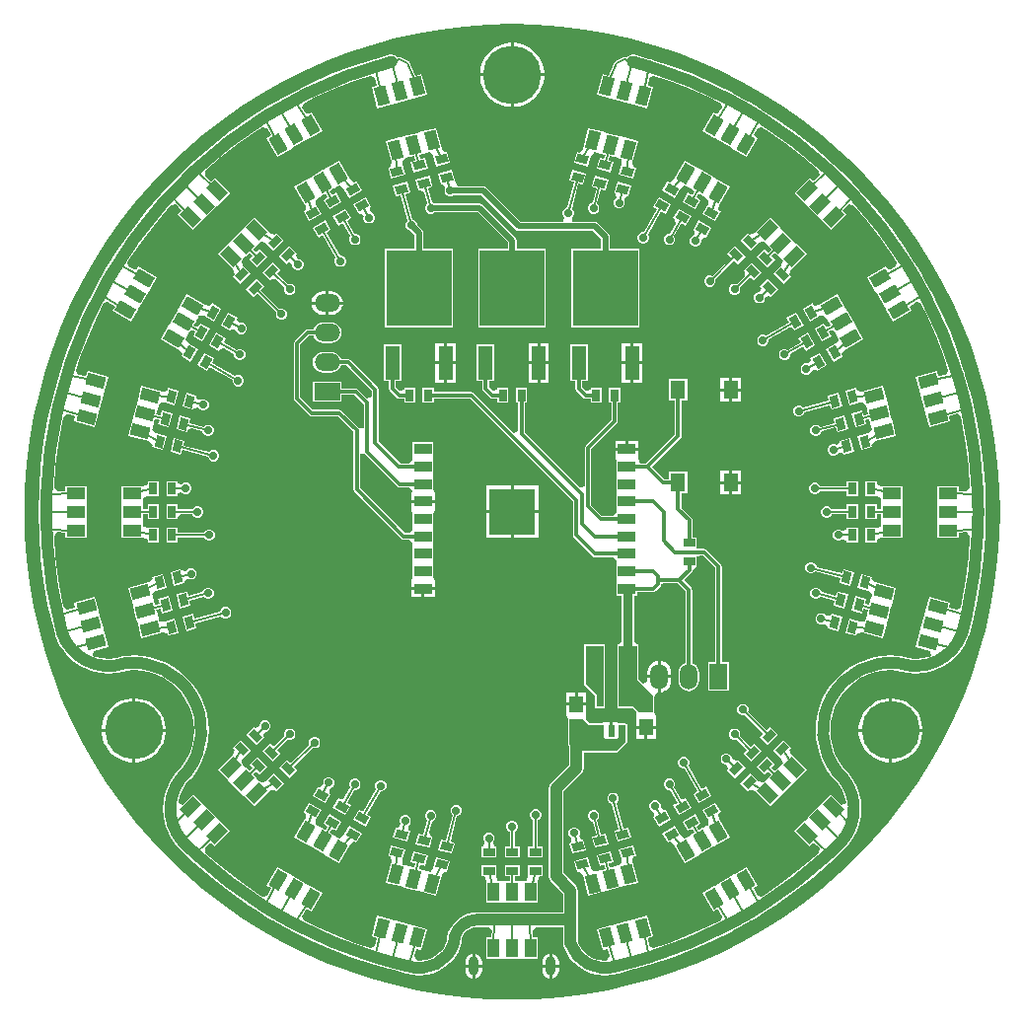
<source format=gbr>
%TF.GenerationSoftware,Altium Limited,Altium Designer,21.0.9 (235)*%
G04 Layer_Physical_Order=1*
G04 Layer_Color=255*
%FSLAX44Y44*%
%MOMM*%
%TF.SameCoordinates,5481C346-4989-4D35-A572-F3394CBA5BAB*%
%TF.FilePolarity,Positive*%
%TF.FileFunction,Copper,L1,Top,Signal*%
%TF.Part,Single*%
G01*
G75*
%TA.AperFunction,Conductor*%
%ADD10C,1.0000*%
%TA.AperFunction,SMDPad,CuDef*%
G04:AMPARAMS|DCode=11|XSize=1.6mm|YSize=1mm|CornerRadius=0mm|HoleSize=0mm|Usage=FLASHONLY|Rotation=315.000|XOffset=0mm|YOffset=0mm|HoleType=Round|Shape=Rectangle|*
%AMROTATEDRECTD11*
4,1,4,-0.9192,0.2121,-0.2121,0.9192,0.9192,-0.2121,0.2121,-0.9192,-0.9192,0.2121,0.0*
%
%ADD11ROTATEDRECTD11*%

G04:AMPARAMS|DCode=12|XSize=0.7mm|YSize=1mm|CornerRadius=0mm|HoleSize=0mm|Usage=FLASHONLY|Rotation=75.000|XOffset=0mm|YOffset=0mm|HoleType=Round|Shape=Rectangle|*
%AMROTATEDRECTD12*
4,1,4,0.3924,-0.4675,-0.5736,-0.2087,-0.3924,0.4675,0.5736,0.2087,0.3924,-0.4675,0.0*
%
%ADD12ROTATEDRECTD12*%

G04:AMPARAMS|DCode=13|XSize=0.7mm|YSize=1mm|CornerRadius=0mm|HoleSize=0mm|Usage=FLASHONLY|Rotation=60.000|XOffset=0mm|YOffset=0mm|HoleType=Round|Shape=Rectangle|*
%AMROTATEDRECTD13*
4,1,4,0.2580,-0.5531,-0.6080,-0.0531,-0.2580,0.5531,0.6080,0.0531,0.2580,-0.5531,0.0*
%
%ADD13ROTATEDRECTD13*%

G04:AMPARAMS|DCode=14|XSize=0.7mm|YSize=1mm|CornerRadius=0mm|HoleSize=0mm|Usage=FLASHONLY|Rotation=345.000|XOffset=0mm|YOffset=0mm|HoleType=Round|Shape=Rectangle|*
%AMROTATEDRECTD14*
4,1,4,-0.4675,-0.3924,-0.2087,0.5736,0.4675,0.3924,0.2087,-0.5736,-0.4675,-0.3924,0.0*
%
%ADD14ROTATEDRECTD14*%

G04:AMPARAMS|DCode=15|XSize=0.7mm|YSize=1mm|CornerRadius=0mm|HoleSize=0mm|Usage=FLASHONLY|Rotation=315.000|XOffset=0mm|YOffset=0mm|HoleType=Round|Shape=Rectangle|*
%AMROTATEDRECTD15*
4,1,4,-0.6010,-0.1061,0.1061,0.6010,0.6010,0.1061,-0.1061,-0.6010,-0.6010,-0.1061,0.0*
%
%ADD15ROTATEDRECTD15*%

G04:AMPARAMS|DCode=16|XSize=0.7mm|YSize=1mm|CornerRadius=0mm|HoleSize=0mm|Usage=FLASHONLY|Rotation=285.000|XOffset=0mm|YOffset=0mm|HoleType=Round|Shape=Rectangle|*
%AMROTATEDRECTD16*
4,1,4,-0.5736,0.2087,0.3924,0.4675,0.5736,-0.2087,-0.3924,-0.4675,-0.5736,0.2087,0.0*
%
%ADD16ROTATEDRECTD16*%

G04:AMPARAMS|DCode=17|XSize=0.7mm|YSize=1mm|CornerRadius=0mm|HoleSize=0mm|Usage=FLASHONLY|Rotation=120.000|XOffset=0mm|YOffset=0mm|HoleType=Round|Shape=Rectangle|*
%AMROTATEDRECTD17*
4,1,4,0.6080,-0.0531,-0.2580,-0.5531,-0.6080,0.0531,0.2580,0.5531,0.6080,-0.0531,0.0*
%
%ADD17ROTATEDRECTD17*%

G04:AMPARAMS|DCode=18|XSize=1.6mm|YSize=1mm|CornerRadius=0mm|HoleSize=0mm|Usage=FLASHONLY|Rotation=45.000|XOffset=0mm|YOffset=0mm|HoleType=Round|Shape=Rectangle|*
%AMROTATEDRECTD18*
4,1,4,-0.2121,-0.9192,-0.9192,-0.2121,0.2121,0.9192,0.9192,0.2121,-0.2121,-0.9192,0.0*
%
%ADD18ROTATEDRECTD18*%

G04:AMPARAMS|DCode=19|XSize=0.7mm|YSize=1mm|CornerRadius=0mm|HoleSize=0mm|Usage=FLASHONLY|Rotation=15.000|XOffset=0mm|YOffset=0mm|HoleType=Round|Shape=Rectangle|*
%AMROTATEDRECTD19*
4,1,4,-0.2087,-0.5736,-0.4675,0.3924,0.2087,0.5736,0.4675,-0.3924,-0.2087,-0.5736,0.0*
%
%ADD19ROTATEDRECTD19*%

%ADD20R,0.7000X1.0000*%
%ADD21R,5.5500X6.5000*%
%ADD22R,1.2500X2.8500*%
%ADD23R,1.0000X0.7000*%
G04:AMPARAMS|DCode=24|XSize=0.7mm|YSize=1mm|CornerRadius=0mm|HoleSize=0mm|Usage=FLASHONLY|Rotation=45.000|XOffset=0mm|YOffset=0mm|HoleType=Round|Shape=Rectangle|*
%AMROTATEDRECTD24*
4,1,4,0.1061,-0.6010,-0.6010,0.1061,-0.1061,0.6010,0.6010,-0.1061,0.1061,-0.6010,0.0*
%
%ADD24ROTATEDRECTD24*%

%ADD25R,0.6000X1.0000*%
%ADD26R,1.5500X3.0000*%
%ADD27R,1.1500X1.4500*%
G04:AMPARAMS|DCode=28|XSize=0.7mm|YSize=1mm|CornerRadius=0mm|HoleSize=0mm|Usage=FLASHONLY|Rotation=210.000|XOffset=0mm|YOffset=0mm|HoleType=Round|Shape=Rectangle|*
%AMROTATEDRECTD28*
4,1,4,0.0531,0.6080,0.5531,-0.2580,-0.0531,-0.6080,-0.5531,0.2580,0.0531,0.6080,0.0*
%
%ADD28ROTATEDRECTD28*%

%ADD29R,1.3000X1.5500*%
%ADD30R,1.5000X0.9000*%
G04:AMPARAMS|DCode=31|XSize=0.7mm|YSize=1mm|CornerRadius=0mm|HoleSize=0mm|Usage=FLASHONLY|Rotation=330.000|XOffset=0mm|YOffset=0mm|HoleType=Round|Shape=Rectangle|*
%AMROTATEDRECTD31*
4,1,4,-0.5531,-0.2580,-0.0531,0.6080,0.5531,0.2580,0.0531,-0.6080,-0.5531,-0.2580,0.0*
%
%ADD31ROTATEDRECTD31*%

G04:AMPARAMS|DCode=32|XSize=1.6mm|YSize=1mm|CornerRadius=0mm|HoleSize=0mm|Usage=FLASHONLY|Rotation=105.000|XOffset=0mm|YOffset=0mm|HoleType=Round|Shape=Rectangle|*
%AMROTATEDRECTD32*
4,1,4,0.6900,-0.6433,-0.2759,-0.9022,-0.6900,0.6433,0.2759,0.9022,0.6900,-0.6433,0.0*
%
%ADD32ROTATEDRECTD32*%

G04:AMPARAMS|DCode=33|XSize=1.6mm|YSize=1mm|CornerRadius=0mm|HoleSize=0mm|Usage=FLASHONLY|Rotation=120.000|XOffset=0mm|YOffset=0mm|HoleType=Round|Shape=Rectangle|*
%AMROTATEDRECTD33*
4,1,4,0.8330,-0.4428,-0.0330,-0.9428,-0.8330,0.4428,0.0330,0.9428,0.8330,-0.4428,0.0*
%
%ADD33ROTATEDRECTD33*%

G04:AMPARAMS|DCode=34|XSize=1.6mm|YSize=1mm|CornerRadius=0mm|HoleSize=0mm|Usage=FLASHONLY|Rotation=150.000|XOffset=0mm|YOffset=0mm|HoleType=Round|Shape=Rectangle|*
%AMROTATEDRECTD34*
4,1,4,0.9428,0.0330,0.4428,-0.8330,-0.9428,-0.0330,-0.4428,0.8330,0.9428,0.0330,0.0*
%
%ADD34ROTATEDRECTD34*%

G04:AMPARAMS|DCode=35|XSize=1.6mm|YSize=1mm|CornerRadius=0mm|HoleSize=0mm|Usage=FLASHONLY|Rotation=165.000|XOffset=0mm|YOffset=0mm|HoleType=Round|Shape=Rectangle|*
%AMROTATEDRECTD35*
4,1,4,0.9022,0.2759,0.6433,-0.6900,-0.9022,-0.2759,-0.6433,0.6900,0.9022,0.2759,0.0*
%
%ADD35ROTATEDRECTD35*%

%ADD36R,1.6000X1.0000*%
G04:AMPARAMS|DCode=37|XSize=1.6mm|YSize=1mm|CornerRadius=0mm|HoleSize=0mm|Usage=FLASHONLY|Rotation=195.000|XOffset=0mm|YOffset=0mm|HoleType=Round|Shape=Rectangle|*
%AMROTATEDRECTD37*
4,1,4,0.6433,0.6900,0.9022,-0.2759,-0.6433,-0.6900,-0.9022,0.2759,0.6433,0.6900,0.0*
%
%ADD37ROTATEDRECTD37*%

G04:AMPARAMS|DCode=38|XSize=1.6mm|YSize=1mm|CornerRadius=0mm|HoleSize=0mm|Usage=FLASHONLY|Rotation=240.000|XOffset=0mm|YOffset=0mm|HoleType=Round|Shape=Rectangle|*
%AMROTATEDRECTD38*
4,1,4,-0.0330,0.9428,0.8330,0.4428,0.0330,-0.9428,-0.8330,-0.4428,-0.0330,0.9428,0.0*
%
%ADD38ROTATEDRECTD38*%

G04:AMPARAMS|DCode=39|XSize=1.6mm|YSize=1mm|CornerRadius=0mm|HoleSize=0mm|Usage=FLASHONLY|Rotation=255.000|XOffset=0mm|YOffset=0mm|HoleType=Round|Shape=Rectangle|*
%AMROTATEDRECTD39*
4,1,4,-0.2759,0.9022,0.6900,0.6433,0.2759,-0.9022,-0.6900,-0.6433,-0.2759,0.9022,0.0*
%
%ADD39ROTATEDRECTD39*%

%ADD40R,1.0000X1.6000*%
G04:AMPARAMS|DCode=41|XSize=1.6mm|YSize=1mm|CornerRadius=0mm|HoleSize=0mm|Usage=FLASHONLY|Rotation=30.000|XOffset=0mm|YOffset=0mm|HoleType=Round|Shape=Rectangle|*
%AMROTATEDRECTD41*
4,1,4,-0.4428,-0.8330,-0.9428,0.0330,0.4428,0.8330,0.9428,-0.0330,-0.4428,-0.8330,0.0*
%
%ADD41ROTATEDRECTD41*%

%TA.AperFunction,Conductor*%
%ADD42C,0.3000*%
%ADD43C,0.8000*%
%ADD44C,0.1500*%
%ADD45C,0.5000*%
%TA.AperFunction,ComponentPad*%
G04:AMPARAMS|DCode=46|XSize=0.9mm|YSize=1.6mm|CornerRadius=0.45mm|HoleSize=0mm|Usage=FLASHONLY|Rotation=180.000|XOffset=0mm|YOffset=0mm|HoleType=Round|Shape=RoundedRectangle|*
%AMROUNDEDRECTD46*
21,1,0.9000,0.7000,0,0,180.0*
21,1,0.0000,1.6000,0,0,180.0*
1,1,0.9000,0.0000,0.3500*
1,1,0.9000,0.0000,0.3500*
1,1,0.9000,0.0000,-0.3500*
1,1,0.9000,0.0000,-0.3500*
%
%ADD46ROUNDEDRECTD46*%
%ADD47R,1.5000X2.2000*%
%ADD48O,1.5000X2.2000*%
%ADD49R,4.0000X4.0000*%
%ADD50O,2.2000X1.5000*%
%ADD51R,2.2000X1.5000*%
%ADD52C,5.0000*%
%TA.AperFunction,ViaPad*%
%ADD53C,0.7200*%
G36*
X20540Y418098D02*
X41030Y416586D01*
X61422Y414071D01*
X81665Y410559D01*
X101712Y406057D01*
X121514Y400577D01*
X141023Y394132D01*
X160192Y386738D01*
X178976Y378412D01*
X197328Y369174D01*
X215205Y359047D01*
X232563Y348055D01*
X249361Y336224D01*
X265558Y323584D01*
X281116Y310164D01*
X295996Y295996D01*
X310164Y281116D01*
X323584Y265558D01*
X336224Y249361D01*
X348055Y232563D01*
X359047Y215205D01*
X369174Y197328D01*
X378412Y178976D01*
X386738Y160192D01*
X394132Y141023D01*
X400577Y121514D01*
X406057Y101712D01*
X410559Y81665D01*
X414071Y61422D01*
X416586Y41030D01*
X418098Y20540D01*
X418602Y0D01*
X418098Y-20540D01*
X416586Y-41030D01*
X414071Y-61422D01*
X410559Y-81665D01*
X406057Y-101712D01*
X400577Y-121514D01*
X394132Y-141023D01*
X386738Y-160192D01*
X378412Y-178976D01*
X369174Y-197328D01*
X359047Y-215205D01*
X348055Y-232563D01*
X336224Y-249361D01*
X323584Y-265558D01*
X310164Y-281116D01*
X295996Y-295996D01*
X281116Y-310164D01*
X265558Y-323584D01*
X249361Y-336224D01*
X232563Y-348055D01*
X215205Y-359047D01*
X197328Y-369174D01*
X178976Y-378412D01*
X160192Y-386738D01*
X141023Y-394132D01*
X121514Y-400577D01*
X101712Y-406057D01*
X81665Y-410559D01*
X61422Y-414071D01*
X41030Y-416586D01*
X20540Y-418098D01*
X0Y-418602D01*
X-20540Y-418098D01*
X-41030Y-416586D01*
X-61422Y-414071D01*
X-81665Y-410559D01*
X-101712Y-406057D01*
X-121514Y-400577D01*
X-141023Y-394132D01*
X-160192Y-386738D01*
X-178976Y-378412D01*
X-197328Y-369174D01*
X-215205Y-359047D01*
X-232563Y-348055D01*
X-249361Y-336224D01*
X-265558Y-323584D01*
X-281116Y-310164D01*
X-295996Y-295996D01*
X-310164Y-281116D01*
X-323584Y-265558D01*
X-336224Y-249361D01*
X-348055Y-232563D01*
X-359047Y-215205D01*
X-369174Y-197328D01*
X-378412Y-178976D01*
X-386738Y-160192D01*
X-394132Y-141023D01*
X-400577Y-121514D01*
X-406057Y-101712D01*
X-410559Y-81665D01*
X-414071Y-61422D01*
X-416586Y-41030D01*
X-418098Y-20540D01*
X-418602Y0D01*
X-418098Y20540D01*
X-416586Y41030D01*
X-414071Y61422D01*
X-410559Y81665D01*
X-406057Y101712D01*
X-400577Y121514D01*
X-394132Y141023D01*
X-386738Y160192D01*
X-378412Y178976D01*
X-369174Y197328D01*
X-359047Y215205D01*
X-348055Y232563D01*
X-336224Y249361D01*
X-323584Y265558D01*
X-310164Y281116D01*
X-295996Y295996D01*
X-281116Y310164D01*
X-265558Y323584D01*
X-249361Y336224D01*
X-232563Y348055D01*
X-215205Y359047D01*
X-197328Y369174D01*
X-178976Y378412D01*
X-160192Y386738D01*
X-141023Y394132D01*
X-121514Y400577D01*
X-101712Y406057D01*
X-81665Y410559D01*
X-61422Y414071D01*
X-41030Y416586D01*
X-20540Y418098D01*
X0Y418602D01*
X20540Y418098D01*
D02*
G37*
%LPC*%
G36*
X103527Y392763D02*
X101081Y392276D01*
X99007Y390890D01*
X98454Y390062D01*
X97093Y390475D01*
X97089Y390475D01*
X97086Y390477D01*
X96687Y390514D01*
X96294Y390553D01*
X96290Y390552D01*
X96286Y390553D01*
X95905Y390435D01*
X95525Y390320D01*
X95521Y390318D01*
X95518Y390316D01*
X89022Y386813D01*
X88810Y386637D01*
X88578Y386490D01*
X88503Y386383D01*
X88403Y386301D01*
X88274Y386057D01*
X88116Y385832D01*
X83120Y374518D01*
X77686Y375974D01*
X72888Y358066D01*
X84913Y354843D01*
X85000Y354820D01*
Y354820D01*
X88343Y353924D01*
X88343Y353925D01*
X100368Y350702D01*
X100455Y350679D01*
Y350679D01*
X103798Y349783D01*
X103798Y349783D01*
X115910Y346538D01*
X120709Y364446D01*
X116299Y365628D01*
X117885Y372611D01*
X121202Y374485D01*
X132641Y370706D01*
X150671Y363751D01*
X168337Y355920D01*
X179098Y350504D01*
X180118Y346833D01*
X176302Y340774D01*
X172349Y343056D01*
X163079Y327000D01*
X173860Y320775D01*
X173938Y320730D01*
X173938Y320730D01*
X176935Y319000D01*
X176935Y319000D01*
X187717Y312775D01*
X187795Y312730D01*
X187795Y312730D01*
X190791Y311000D01*
X190791Y311000D01*
X201651Y304730D01*
X210921Y320786D01*
X206968Y323069D01*
X210303Y329397D01*
X213985Y330378D01*
X218740Y327367D01*
X234540Y316240D01*
X249774Y304351D01*
X263025Y292920D01*
X263622Y288280D01*
X258493Y283532D01*
X255265Y286760D01*
X242156Y273650D01*
X251023Y264783D01*
X251023D01*
X253469Y262336D01*
X262089Y253717D01*
X262336Y253469D01*
X264783Y251023D01*
X264783Y251023D01*
X273650Y242156D01*
X286760Y255265D01*
X283532Y258494D01*
X288280Y263622D01*
X292920Y263025D01*
X304351Y249774D01*
X316240Y234540D01*
X327367Y218740D01*
X330378Y213985D01*
X329397Y210303D01*
X323069Y206968D01*
X320786Y210921D01*
X304730Y201651D01*
X311000Y190791D01*
X311000Y190791D01*
X312730Y187795D01*
X312730Y187795D01*
X312775Y187717D01*
X319000Y176935D01*
X319000Y176935D01*
X320730Y173938D01*
X320730Y173938D01*
X320775Y173860D01*
X327000Y163078D01*
X343056Y172348D01*
X340774Y176302D01*
X346833Y180118D01*
X350504Y179098D01*
X355920Y168337D01*
X363751Y150671D01*
X370706Y132641D01*
X374485Y121202D01*
X372611Y117885D01*
X365628Y116299D01*
X364446Y120709D01*
X346538Y115910D01*
X349784Y103798D01*
X349783Y103798D01*
X350679Y100455D01*
X350679D01*
X350702Y100368D01*
X353925Y88343D01*
X353925Y88343D01*
X354820Y85000D01*
X354820D01*
X354843Y84913D01*
X358066Y72888D01*
X375974Y77686D01*
X374792Y82096D01*
X381626Y84212D01*
X384923Y82303D01*
X386156Y76811D01*
X389460Y57771D01*
X391825Y38591D01*
X393113Y21139D01*
X390254Y17436D01*
X383270Y17705D01*
Y22270D01*
X364730D01*
Y9730D01*
X364730D01*
X364730Y6270D01*
X364730D01*
Y-6270D01*
X364730D01*
X364730Y-9730D01*
X364730D01*
Y-22270D01*
X383270D01*
Y-17704D01*
X390254Y-17436D01*
X393113Y-21139D01*
X391825Y-38591D01*
X389460Y-57771D01*
X386156Y-76811D01*
X384923Y-82303D01*
X381626Y-84212D01*
X374792Y-82096D01*
X375974Y-77686D01*
X358066Y-72888D01*
X354843Y-84916D01*
X354820Y-85000D01*
X354820D01*
X353925Y-88343D01*
X353925Y-88343D01*
X350702Y-100368D01*
X350679Y-100455D01*
X350679D01*
X349784Y-103798D01*
X349784Y-103798D01*
X346538Y-115910D01*
X359272Y-119322D01*
X359536Y-123337D01*
X357410Y-124218D01*
X351907Y-125539D01*
X346265Y-125983D01*
X340623Y-125539D01*
X338123Y-124939D01*
X335168Y-124160D01*
X335102Y-124116D01*
X334688Y-124034D01*
X334688Y-124034D01*
X333513Y-123779D01*
X332655Y-123630D01*
X332647Y-123631D01*
X331968Y-123516D01*
X329765Y-123393D01*
X324759Y-123111D01*
X317550Y-123516D01*
X310431Y-124726D01*
X303493Y-126725D01*
X296822Y-129488D01*
X290502Y-132981D01*
X284613Y-137159D01*
X279230Y-141970D01*
X274418Y-147354D01*
X270240Y-153243D01*
X266747Y-159563D01*
X263984Y-166234D01*
X261985Y-173172D01*
X260776Y-180290D01*
X260371Y-187500D01*
X260776Y-194709D01*
X261985Y-201827D01*
X263984Y-208766D01*
X266747Y-215437D01*
X270240Y-221756D01*
X272527Y-224980D01*
X273931Y-226958D01*
X273931Y-226958D01*
X273931Y-226959D01*
X274410Y-227597D01*
X274715Y-227884D01*
X277438Y-230506D01*
X280181Y-233717D01*
X283138Y-238542D01*
X285304Y-243771D01*
X286625Y-249273D01*
X286665Y-249782D01*
X282977Y-251482D01*
X273650Y-242156D01*
X264783Y-251023D01*
X262336Y-253469D01*
X253469Y-262336D01*
Y-262336D01*
X251023Y-264783D01*
X242156Y-273650D01*
X255265Y-286760D01*
X258494Y-283532D01*
X263622Y-288280D01*
X263025Y-292920D01*
X249774Y-304351D01*
X234540Y-316240D01*
X218740Y-327367D01*
X213985Y-330378D01*
X210303Y-329397D01*
X206967Y-323069D01*
X210921Y-320786D01*
X201651Y-304730D01*
X191094Y-310825D01*
X190870Y-310955D01*
X190791Y-311000D01*
X187795Y-312730D01*
X187795Y-312730D01*
X176935Y-319000D01*
X176935Y-319000D01*
X173938Y-320730D01*
X173938Y-320730D01*
X173860Y-320775D01*
X163078Y-327000D01*
X172348Y-343056D01*
X176302Y-340774D01*
X180118Y-346833D01*
X179098Y-350504D01*
X168337Y-355920D01*
X150671Y-363751D01*
X132641Y-370706D01*
X121202Y-374485D01*
X117885Y-372611D01*
X116299Y-365628D01*
X120709Y-364446D01*
X115910Y-346538D01*
X103798Y-349784D01*
X103798Y-349783D01*
X100455Y-350679D01*
Y-350679D01*
X100368Y-350702D01*
X88343Y-353925D01*
X88343Y-353924D01*
X85000Y-354820D01*
Y-354820D01*
X84913Y-354843D01*
X72888Y-358066D01*
X77686Y-375974D01*
X82096Y-374792D01*
X84005Y-380957D01*
X81273Y-385016D01*
X79469Y-385194D01*
X74654Y-384720D01*
X70024Y-383315D01*
X65757Y-381035D01*
X62018Y-377965D01*
X58948Y-374225D01*
X56668Y-369958D01*
X56393Y-369053D01*
Y-350000D01*
Y-325000D01*
X55906Y-322553D01*
X54520Y-320480D01*
X44044Y-310003D01*
Y-240176D01*
X59520Y-224699D01*
X60906Y-222626D01*
X61393Y-220179D01*
X61393Y-220179D01*
Y-206375D01*
X90000D01*
X90972Y-205972D01*
X98472Y-198472D01*
X98875Y-197500D01*
X98875Y-197500D01*
Y-183000D01*
X98770Y-182747D01*
Y-181730D01*
X97753D01*
X97500Y-181625D01*
X91500D01*
X90540Y-180460D01*
Y-180460D01*
X86270D01*
Y-188000D01*
X83730D01*
Y-180460D01*
X79460D01*
X79460Y-180460D01*
X75650Y-181625D01*
X66569Y-181625D01*
X63470Y-178526D01*
X63290Y-174790D01*
X63290Y-173196D01*
Y-166270D01*
X55000D01*
X46710D01*
Y-173196D01*
X46710Y-174790D01*
X47875Y-178117D01*
X47875Y-178600D01*
Y-199250D01*
X48278Y-200222D01*
X48278Y-200222D01*
X48607Y-200551D01*
Y-217531D01*
X33131Y-233008D01*
X31745Y-235082D01*
X31258Y-237528D01*
Y-312651D01*
X31745Y-315097D01*
X33131Y-317171D01*
X43607Y-327648D01*
Y-343607D01*
X-30000D01*
X-30346Y-343676D01*
X-34122Y-343973D01*
X-38143Y-344939D01*
X-41963Y-346521D01*
X-45489Y-348681D01*
X-48633Y-351367D01*
X-51319Y-354511D01*
X-53479Y-358037D01*
X-54783Y-361183D01*
X-54944Y-361425D01*
X-55056Y-361844D01*
X-55062Y-361857D01*
X-55078Y-361927D01*
X-55078Y-361927D01*
X-56027Y-365878D01*
X-56236Y-368536D01*
X-56668Y-369958D01*
X-58948Y-374225D01*
X-62018Y-377965D01*
X-65757Y-381035D01*
X-70024Y-383315D01*
X-74654Y-384720D01*
X-79469Y-385194D01*
X-81273Y-385016D01*
X-84005Y-380957D01*
X-82096Y-374792D01*
X-77686Y-375974D01*
X-72888Y-358066D01*
X-84913Y-354843D01*
X-85000Y-354820D01*
Y-354820D01*
X-88343Y-353925D01*
X-88343Y-353925D01*
X-100368Y-350702D01*
X-100455Y-350679D01*
Y-350679D01*
X-103798Y-349783D01*
X-103798Y-349784D01*
X-115910Y-346538D01*
X-120709Y-364446D01*
X-116299Y-365628D01*
X-117885Y-372611D01*
X-121202Y-374485D01*
X-132641Y-370706D01*
X-150671Y-363751D01*
X-168337Y-355920D01*
X-179098Y-350504D01*
X-180118Y-346833D01*
X-176302Y-340774D01*
X-172348Y-343056D01*
X-163078Y-327000D01*
X-173860Y-320775D01*
X-173938Y-320730D01*
X-173938Y-320730D01*
X-176935Y-319000D01*
X-176935Y-319000D01*
X-187717Y-312775D01*
X-187795Y-312730D01*
X-187795Y-312730D01*
X-190791Y-311000D01*
X-190791Y-311000D01*
X-201651Y-304730D01*
X-210921Y-320786D01*
X-206968Y-323069D01*
X-210303Y-329397D01*
X-213985Y-330378D01*
X-218740Y-327367D01*
X-234540Y-316240D01*
X-249774Y-304351D01*
X-263025Y-292920D01*
X-263622Y-288280D01*
X-258494Y-283532D01*
X-255265Y-286760D01*
X-242156Y-273650D01*
X-251023Y-264783D01*
X-253469Y-262336D01*
X-262336Y-253469D01*
X-264783Y-251023D01*
X-273650Y-242156D01*
X-282977Y-251483D01*
X-286665Y-249782D01*
X-286625Y-249274D01*
X-285304Y-243771D01*
X-283138Y-238542D01*
X-280181Y-233717D01*
X-276653Y-229586D01*
X-276234Y-229181D01*
X-274715Y-227884D01*
D01*
X-274552Y-227692D01*
X-274410Y-227597D01*
X-273931Y-226958D01*
X-273931Y-226958D01*
X-270240Y-221756D01*
X-266747Y-215437D01*
X-263984Y-208766D01*
X-261985Y-201828D01*
X-260776Y-194709D01*
X-260371Y-187500D01*
X-260776Y-180291D01*
X-261985Y-173172D01*
X-263984Y-166234D01*
X-266747Y-159563D01*
X-270240Y-153243D01*
X-274419Y-147354D01*
X-279230Y-141971D01*
X-284614Y-137159D01*
X-290503Y-132981D01*
X-296822Y-129488D01*
X-303493Y-126725D01*
X-310431Y-124726D01*
X-317550Y-123516D01*
X-324759Y-123112D01*
X-329766Y-123393D01*
X-331968Y-123516D01*
X-332647Y-123632D01*
X-332656Y-123630D01*
X-333514Y-123779D01*
X-333511Y-123800D01*
X-335102Y-124117D01*
X-335329Y-124268D01*
X-340623Y-125539D01*
X-346265Y-125983D01*
X-351907Y-125539D01*
X-357410Y-124218D01*
X-359536Y-123337D01*
X-359273Y-119322D01*
X-346538Y-115910D01*
X-349784Y-103798D01*
X-349783Y-103798D01*
X-350679Y-100455D01*
X-350679D01*
X-350702Y-100368D01*
X-353834Y-88681D01*
X-354820Y-85000D01*
X-354820D01*
X-358066Y-72888D01*
X-375974Y-77686D01*
X-374792Y-82096D01*
X-381626Y-84212D01*
X-384923Y-82303D01*
X-386156Y-76811D01*
X-389460Y-57771D01*
X-391825Y-38591D01*
X-393113Y-21139D01*
X-390254Y-17436D01*
X-383270Y-17705D01*
Y-22270D01*
X-364730D01*
Y-9730D01*
X-364730D01*
Y-6270D01*
X-364730D01*
Y6270D01*
X-364730D01*
Y9730D01*
X-364730D01*
Y22270D01*
X-383270D01*
Y17704D01*
X-390254Y17436D01*
X-393113Y21139D01*
X-391825Y38591D01*
X-389460Y57771D01*
X-386156Y76811D01*
X-384923Y82303D01*
X-381626Y84212D01*
X-374792Y82096D01*
X-375974Y77686D01*
X-358066Y72888D01*
X-354820Y85000D01*
X-354820D01*
X-353925Y88343D01*
X-350702Y100368D01*
X-350679Y100455D01*
X-350679D01*
X-349784Y103797D01*
X-349784Y103798D01*
X-346538Y115910D01*
X-364446Y120709D01*
X-365628Y116299D01*
X-372611Y117885D01*
X-374485Y121202D01*
X-370706Y132641D01*
X-363751Y150671D01*
X-355920Y168337D01*
X-350504Y179098D01*
X-346833Y180118D01*
X-340774Y176302D01*
X-343056Y172348D01*
X-327000Y163078D01*
X-320775Y173860D01*
X-320730Y173938D01*
X-320730Y173938D01*
X-319000Y176935D01*
X-319000Y176935D01*
X-312775Y187717D01*
X-312730Y187795D01*
X-312730Y187795D01*
X-311000Y190791D01*
X-311000Y190791D01*
X-304730Y201651D01*
X-320786Y210921D01*
X-323069Y206968D01*
X-329397Y210303D01*
X-330378Y213985D01*
X-327367Y218740D01*
X-316240Y234540D01*
X-304351Y249774D01*
X-292920Y263025D01*
X-288280Y263622D01*
X-283532Y258493D01*
X-286760Y255265D01*
X-273650Y242156D01*
X-264783Y251023D01*
Y251023D01*
X-262336Y253469D01*
X-253469Y262336D01*
Y262336D01*
X-251023Y264783D01*
X-242156Y273650D01*
X-255265Y286760D01*
X-258494Y283532D01*
X-263622Y288280D01*
X-263025Y292920D01*
X-249774Y304351D01*
X-234540Y316240D01*
X-218740Y327367D01*
X-213985Y330378D01*
X-210303Y329397D01*
X-206968Y323069D01*
X-210921Y320786D01*
X-201651Y304730D01*
X-190791Y311000D01*
X-190791Y311000D01*
X-187795Y312730D01*
Y312730D01*
X-187717Y312775D01*
X-176935Y319000D01*
X-176935Y319000D01*
X-173938Y320730D01*
Y320730D01*
X-173860Y320775D01*
X-163078Y327000D01*
X-172348Y343056D01*
X-176302Y340774D01*
X-180118Y346833D01*
X-179098Y350504D01*
X-168337Y355920D01*
X-150671Y363751D01*
X-132641Y370706D01*
X-121202Y374485D01*
X-117885Y372611D01*
X-116299Y365628D01*
X-120709Y364446D01*
X-115910Y346538D01*
X-103798Y349784D01*
X-103798Y349783D01*
X-100455Y350679D01*
Y350679D01*
X-100368Y350702D01*
X-88343Y353925D01*
X-88343Y353925D01*
X-85000Y354820D01*
Y354820D01*
X-84913Y354843D01*
X-72888Y358066D01*
X-77686Y375974D01*
X-83120Y374518D01*
X-88116Y385832D01*
X-88274Y386057D01*
X-88403Y386301D01*
X-88503Y386383D01*
X-88578Y386490D01*
X-88810Y386637D01*
X-89022Y386813D01*
X-95518Y390316D01*
X-95522Y390317D01*
X-95525Y390320D01*
X-95904Y390435D01*
X-96286Y390552D01*
X-96290Y390552D01*
X-96294Y390553D01*
X-96687Y390514D01*
X-97086Y390477D01*
X-97090Y390475D01*
X-97093Y390475D01*
X-98454Y390062D01*
X-99007Y390890D01*
X-101081Y392276D01*
X-103527Y392763D01*
X-105154Y392439D01*
X-105154Y392439D01*
X-117969Y388893D01*
X-136909Y382636D01*
X-155520Y375457D01*
X-173755Y367374D01*
X-191572Y358406D01*
X-208927Y348574D01*
X-225779Y337903D01*
X-242087Y326417D01*
X-257812Y314145D01*
X-272916Y301117D01*
X-287362Y287362D01*
X-301117Y272916D01*
X-314145Y257812D01*
X-326417Y242087D01*
X-337903Y225779D01*
X-348574Y208927D01*
X-358406Y191572D01*
X-367374Y173755D01*
X-375457Y155520D01*
X-382636Y136909D01*
X-388893Y117969D01*
X-394213Y98745D01*
X-398583Y79283D01*
X-401993Y59630D01*
X-404435Y39833D01*
X-405902Y19941D01*
X-406392Y0D01*
X-405902Y-19941D01*
X-404435Y-39833D01*
X-401993Y-59630D01*
X-398583Y-79283D01*
X-394213Y-98745D01*
X-392439Y-105154D01*
X-392439Y-105154D01*
X-392276Y-105974D01*
X-392042Y-106324D01*
X-391282Y-108564D01*
X-388462Y-114281D01*
X-384922Y-119580D01*
X-380719Y-124372D01*
X-375927Y-128574D01*
X-370628Y-132115D01*
X-364912Y-134934D01*
X-358876Y-136983D01*
X-352625Y-138226D01*
X-346265Y-138643D01*
X-339905Y-138226D01*
X-333654Y-136983D01*
X-331351Y-136201D01*
X-324759Y-135769D01*
X-318007Y-136212D01*
X-311370Y-137532D01*
X-304963Y-139707D01*
X-298894Y-142700D01*
X-293267Y-146459D01*
X-288180Y-150921D01*
X-283718Y-156008D01*
X-279959Y-161635D01*
X-276966Y-167703D01*
X-274791Y-174111D01*
X-273471Y-180748D01*
X-273029Y-187500D01*
X-273471Y-194252D01*
X-274791Y-200889D01*
X-276966Y-207296D01*
X-279959Y-213365D01*
X-283629Y-218857D01*
X-285458Y-220462D01*
X-289660Y-225253D01*
X-293201Y-230553D01*
X-296020Y-236269D01*
X-298069Y-242304D01*
X-299312Y-248556D01*
X-299729Y-254915D01*
X-299312Y-261275D01*
X-298069Y-267526D01*
X-296020Y-273562D01*
X-293201Y-279278D01*
X-289698Y-284521D01*
X-289660Y-284578D01*
X-287363Y-287363D01*
X-287363Y-287363D01*
X-287362Y-287363D01*
X-287362Y-287363D01*
X-287361Y-287364D01*
X-284968Y-289642D01*
X-276770Y-297447D01*
X-276549Y-297778D01*
X-276126Y-298061D01*
X-272916Y-301117D01*
X-257812Y-314145D01*
X-242087Y-326417D01*
X-225779Y-337903D01*
X-216201Y-343968D01*
X-215305Y-344567D01*
X-215233Y-344581D01*
X-208927Y-348574D01*
X-203140Y-351852D01*
X-202446Y-352316D01*
X-202254Y-352354D01*
X-191572Y-358406D01*
X-189493Y-359452D01*
X-189306Y-359577D01*
X-189204Y-359598D01*
X-173755Y-367374D01*
X-155520Y-375457D01*
X-136909Y-382636D01*
X-120486Y-388061D01*
X-120400Y-388119D01*
X-120179Y-388163D01*
X-117969Y-388893D01*
X-108572Y-391493D01*
X-106137Y-392168D01*
X-105974Y-392277D01*
X-105154Y-392440D01*
X-105154Y-392440D01*
X-98745Y-394213D01*
X-94513Y-395164D01*
X-90909Y-396053D01*
X-90909Y-396053D01*
X-85311Y-397397D01*
X-79469Y-397857D01*
X-73627Y-397397D01*
X-67929Y-396030D01*
X-62516Y-393787D01*
X-57519Y-390725D01*
X-53063Y-386920D01*
X-49258Y-382464D01*
X-46196Y-377467D01*
X-44152Y-372534D01*
X-44094Y-372446D01*
X-44001Y-372169D01*
X-43953Y-372054D01*
X-43929Y-371954D01*
X-43992Y-371934D01*
X-43607Y-370000D01*
X-43675Y-369657D01*
X-43261Y-366512D01*
X-43132Y-366318D01*
X-42991Y-365818D01*
X-41491Y-362630D01*
X-39702Y-360298D01*
X-36860Y-358118D01*
X-33551Y-356747D01*
X-30343Y-356325D01*
X-30000Y-356393D01*
X-20080D01*
X-17442Y-359142D01*
X-17675Y-364730D01*
X-22270D01*
Y-383270D01*
X-9730D01*
Y-383270D01*
X-6270Y-383270D01*
Y-383270D01*
X6270D01*
Y-383270D01*
X9730D01*
Y-383270D01*
X22270D01*
Y-364730D01*
X17675D01*
X17442Y-359142D01*
X20080Y-356393D01*
X43607D01*
Y-370000D01*
X43992Y-371934D01*
X43930Y-371954D01*
X43953Y-372054D01*
X44001Y-372168D01*
X44094Y-372447D01*
X44152Y-372534D01*
X46196Y-377467D01*
X49258Y-382464D01*
X53063Y-386920D01*
X57519Y-390725D01*
X62516Y-393787D01*
X67929Y-396030D01*
X73627Y-397397D01*
X79469Y-397857D01*
X85311Y-397397D01*
X90909Y-396053D01*
X90909Y-396053D01*
X94513Y-395163D01*
X98745Y-394213D01*
X105155Y-392439D01*
X105974Y-392276D01*
X106137Y-392167D01*
X117969Y-388893D01*
X120179Y-388163D01*
X120400Y-388119D01*
X120486Y-388061D01*
X136909Y-382636D01*
X155520Y-375457D01*
X173755Y-367374D01*
X189204Y-359598D01*
X189306Y-359577D01*
X189493Y-359452D01*
X191572Y-358406D01*
X202254Y-352354D01*
X202446Y-352316D01*
X203140Y-351852D01*
X208927Y-348574D01*
X215233Y-344581D01*
X215305Y-344567D01*
X216201Y-343968D01*
X225779Y-337903D01*
X242087Y-326417D01*
X257812Y-314145D01*
X272916Y-301117D01*
X276125Y-298061D01*
X276549Y-297778D01*
X276770Y-297447D01*
X287362Y-287363D01*
X287363Y-287363D01*
X287363Y-287363D01*
X287363Y-287363D01*
X289660Y-284578D01*
X289698Y-284520D01*
X293201Y-279278D01*
X296020Y-273562D01*
X298069Y-267526D01*
X299312Y-261275D01*
X299729Y-254915D01*
X299312Y-248555D01*
X298069Y-242304D01*
X296020Y-236269D01*
X293201Y-230553D01*
X289660Y-225253D01*
X285458Y-220461D01*
X283629Y-218857D01*
X279959Y-213365D01*
X276966Y-207296D01*
X274791Y-200889D01*
X273471Y-194252D01*
X273028Y-187500D01*
X273471Y-180747D01*
X274791Y-174111D01*
X276966Y-167703D01*
X279959Y-161634D01*
X283718Y-156008D01*
X288180Y-150920D01*
X293267Y-146459D01*
X298894Y-142699D01*
X304962Y-139707D01*
X311370Y-137532D01*
X318007Y-136212D01*
X324759Y-135769D01*
X331350Y-136201D01*
X333654Y-136983D01*
X339905Y-138226D01*
X346265Y-138643D01*
X352625Y-138226D01*
X358876Y-136983D01*
X364911Y-134934D01*
X370628Y-132115D01*
X375927Y-128574D01*
X380719Y-124372D01*
X384921Y-119580D01*
X388462Y-114281D01*
X391281Y-108564D01*
X392042Y-106325D01*
X392276Y-105974D01*
X392439Y-105154D01*
X392439Y-105154D01*
X394213Y-98745D01*
X395848Y-91463D01*
X395889Y-91402D01*
X396099Y-90345D01*
X398583Y-79283D01*
X401993Y-59630D01*
X404435Y-39833D01*
X405902Y-19941D01*
X406011Y-15511D01*
X406111Y-15011D01*
X406033Y-14621D01*
X406299Y-3771D01*
X406392Y-0D01*
X406393Y-0D01*
Y0D01*
X406392D01*
X406299Y3771D01*
X406033Y14621D01*
X406111Y15011D01*
X406011Y15511D01*
X405902Y19941D01*
X404435Y39833D01*
X401993Y59630D01*
X398583Y79283D01*
X396099Y90345D01*
X395889Y91402D01*
X395848Y91463D01*
X394213Y98745D01*
X393446Y101518D01*
X392439Y105154D01*
X392276Y105974D01*
X392168Y106137D01*
X391433Y108789D01*
X388893Y117969D01*
X388163Y120179D01*
X388119Y120400D01*
X388061Y120486D01*
X382636Y136909D01*
X375457Y155520D01*
X367374Y173755D01*
X359598Y189204D01*
X359577Y189306D01*
X359452Y189493D01*
X358406Y191572D01*
X352354Y202254D01*
X352316Y202446D01*
X351852Y203140D01*
X348574Y208927D01*
X344581Y215233D01*
X344567Y215305D01*
X343968Y216201D01*
X337903Y225779D01*
X326417Y242087D01*
X314145Y257812D01*
X301117Y272916D01*
X298061Y276126D01*
X297778Y276549D01*
X297447Y276770D01*
X287364Y287361D01*
X287363Y287363D01*
X287361Y287364D01*
X276770Y297447D01*
X276549Y297778D01*
X276126Y298061D01*
X272916Y301117D01*
X257812Y314145D01*
X242087Y326417D01*
X225779Y337903D01*
X216201Y343968D01*
X215305Y344567D01*
X215233Y344581D01*
X208927Y348574D01*
X203140Y351853D01*
X202446Y352316D01*
X202254Y352354D01*
X191572Y358406D01*
X189493Y359452D01*
X189306Y359577D01*
X189204Y359598D01*
X173755Y367374D01*
X155520Y375457D01*
X136909Y382636D01*
X120486Y388061D01*
X120400Y388119D01*
X120179Y388163D01*
X117969Y388893D01*
X105154Y392439D01*
X105154Y392439D01*
X103527Y392763D01*
D02*
G37*
G36*
X2167Y402540D02*
X1270D01*
Y376270D01*
X27540D01*
Y377167D01*
X26862Y381449D01*
X25522Y385571D01*
X23554Y389434D01*
X21006Y392941D01*
X17941Y396006D01*
X14434Y398554D01*
X10572Y400522D01*
X6449Y401861D01*
X2167Y402540D01*
D02*
G37*
G36*
X-1270D02*
X-2167D01*
X-6449Y401861D01*
X-10572Y400522D01*
X-14434Y398554D01*
X-17941Y396006D01*
X-21006Y392941D01*
X-23554Y389434D01*
X-25522Y385571D01*
X-26862Y381449D01*
X-27540Y377167D01*
Y376270D01*
X-1270D01*
Y402540D01*
D02*
G37*
G36*
X27540Y373730D02*
X1270D01*
Y347460D01*
X2167D01*
X6449Y348138D01*
X10572Y349477D01*
X14434Y351445D01*
X17941Y353993D01*
X21006Y357058D01*
X23554Y360565D01*
X25522Y364428D01*
X26862Y368551D01*
X27540Y372832D01*
Y373730D01*
D02*
G37*
G36*
X-1270D02*
X-27540D01*
Y372832D01*
X-26862Y368551D01*
X-25522Y364428D01*
X-23554Y360565D01*
X-21006Y357058D01*
X-17941Y353993D01*
X-14434Y351445D01*
X-10572Y349477D01*
X-6449Y348138D01*
X-2167Y347460D01*
X-1270D01*
Y373730D01*
D02*
G37*
G36*
X-65263Y329610D02*
X-77038Y326455D01*
X-77376Y326364D01*
X-80718Y325468D01*
X-81056Y325378D01*
X-92830Y322223D01*
Y322223D01*
X-96173Y321327D01*
X-96260Y321304D01*
X-96511Y321237D01*
X-108285Y318082D01*
X-103487Y300173D01*
X-103487D01*
X-103332Y300060D01*
X-104111Y295906D01*
X-106326Y295313D01*
X-103856Y286098D01*
X-91744Y289344D01*
X-94213Y298559D01*
X-94213D01*
X-93900Y301113D01*
X-91374Y303419D01*
X-88032Y304315D01*
X-87945Y304338D01*
X-87694Y304405D01*
X-83965Y305404D01*
X-82940Y301579D01*
X-87007Y300490D01*
X-84538Y291275D01*
X-72425Y294520D01*
X-74894Y303735D01*
X-78961Y302645D01*
X-79986Y306471D01*
X-76257Y307470D01*
X-75919Y307560D01*
X-72577Y308456D01*
X-72239Y308546D01*
X-70309Y309063D01*
X-69807Y308478D01*
X-67689Y305666D01*
D01*
X-65219Y296451D01*
X-53107Y299697D01*
X-55576Y308912D01*
X-57790Y308318D01*
X-60542Y311525D01*
X-60465Y311701D01*
X-60465Y311701D01*
X-65263Y329610D01*
D02*
G37*
G36*
X65263Y329610D02*
X60465Y311701D01*
X60464Y311701D01*
X60542Y311525D01*
X57790Y308318D01*
X55576Y308911D01*
X53107Y299697D01*
X65219Y296451D01*
X67689Y305666D01*
D01*
X69806Y308478D01*
X70309Y309063D01*
X72239Y308546D01*
X72577Y308456D01*
X75919Y307560D01*
X76257Y307470D01*
X79986Y306471D01*
X78961Y302645D01*
X74894Y303735D01*
X72425Y294520D01*
X84538Y291275D01*
X87007Y300490D01*
X82940Y301579D01*
X83965Y305404D01*
X87694Y304405D01*
X88032Y304315D01*
X91374Y303419D01*
X91712Y303328D01*
X93642Y302811D01*
X93785Y302053D01*
X94213Y298559D01*
X94213D01*
X91744Y289344D01*
X103856Y286098D01*
X106326Y295313D01*
X104112Y295906D01*
X103332Y300060D01*
X103487Y300173D01*
X103487D01*
X108285Y318082D01*
X96511Y321237D01*
X96173Y321327D01*
X92830Y322223D01*
X92493Y322313D01*
X81056Y325378D01*
X80718Y325468D01*
X77376Y326364D01*
X77038Y326455D01*
X65263Y329610D01*
D02*
G37*
G36*
X-148349Y301487D02*
X-158905Y295392D01*
X-159208Y295217D01*
X-162205Y293487D01*
X-162508Y293312D01*
X-173065Y287217D01*
X-173065Y287217D01*
X-176061Y285487D01*
X-176140Y285442D01*
X-176364Y285312D01*
X-186921Y279217D01*
X-177651Y263161D01*
X-177651D01*
X-177472Y263091D01*
X-177150Y258878D01*
X-179135Y257731D01*
X-174365Y249470D01*
X-163505Y255740D01*
X-168275Y264002D01*
X-168634Y266550D01*
X-166791Y269431D01*
X-163795Y271161D01*
X-163717Y271206D01*
X-163492Y271336D01*
X-160149Y273266D01*
X-158168Y269837D01*
X-161815Y267731D01*
X-157045Y259470D01*
X-146185Y265740D01*
X-150955Y274002D01*
X-154601Y271896D01*
X-156581Y275326D01*
X-153238Y277256D01*
X-152935Y277431D01*
X-149938Y279161D01*
X-149635Y279336D01*
X-147905Y280335D01*
X-147268Y279899D01*
X-144494Y277731D01*
X-139724Y269470D01*
X-128864Y275740D01*
X-133634Y284002D01*
X-135619Y282855D01*
X-139108Y285241D01*
X-139079Y285431D01*
X-139079Y285431D01*
X-148349Y301487D01*
D02*
G37*
G36*
X148349D02*
X139079Y285431D01*
X139079Y285431D01*
X139108Y285241D01*
X135619Y282856D01*
X133635Y284002D01*
X128865Y275740D01*
X139725Y269470D01*
X144494Y277732D01*
X147268Y279899D01*
X147905Y280335D01*
X149635Y279336D01*
X149938Y279161D01*
X152935Y277431D01*
X156581Y275326D01*
X154601Y271896D01*
X150955Y274002D01*
X146185Y265740D01*
X157045Y259470D01*
X161815Y267731D01*
X158168Y269837D01*
X160149Y273266D01*
X163492Y271336D01*
X163717Y271206D01*
X163795Y271161D01*
X166791Y269431D01*
X168634Y266550D01*
X168276Y264002D01*
X163505Y255740D01*
X174366Y249470D01*
X179135Y257732D01*
X177150Y258878D01*
X177472Y263091D01*
X177651Y263161D01*
X177651D01*
X186921Y279217D01*
X176364Y285312D01*
X176140Y285442D01*
X176061Y285487D01*
X173065Y287217D01*
X173065Y287217D01*
X162508Y293312D01*
X162205Y293487D01*
X158905Y295392D01*
X148349Y301487D01*
D02*
G37*
G36*
X-51435Y293457D02*
X-63548Y290211D01*
X-61078Y280996D01*
X-59694Y281367D01*
X-58105Y279410D01*
X-57430Y278029D01*
X-58021Y276604D01*
Y274667D01*
X-57279Y272877D01*
X-55909Y271507D01*
X-54119Y270765D01*
X-52182D01*
X-50392Y271507D01*
X-50107Y271791D01*
X-26608D01*
X2776Y242408D01*
X4023Y241574D01*
X5494Y241282D01*
X5494Y241282D01*
X69212D01*
X76156Y234338D01*
Y225770D01*
X50980D01*
Y158230D01*
X109020D01*
Y225770D01*
X83844D01*
Y235930D01*
X83844Y235930D01*
X83551Y237401D01*
X82718Y238648D01*
X82718Y238648D01*
X73522Y247844D01*
X72275Y248677D01*
X70804Y248969D01*
X70804Y248969D01*
X52492D01*
X51938Y249984D01*
X51324Y252780D01*
X52103Y253558D01*
X52844Y255348D01*
Y257286D01*
X52103Y259076D01*
X51111Y260067D01*
X57011Y282086D01*
X61078Y280996D01*
X63548Y290211D01*
X51435Y293457D01*
X48966Y284242D01*
X53033Y283152D01*
X47147Y261187D01*
X47006D01*
X45216Y260445D01*
X43846Y259076D01*
X43104Y257286D01*
Y255348D01*
X43846Y253558D01*
X44625Y252780D01*
X44011Y249984D01*
X43457Y248969D01*
X7086D01*
X-22297Y278353D01*
X-23544Y279187D01*
X-25015Y279479D01*
X-25016Y279479D01*
X-46875D01*
X-47938Y280593D01*
X-48966Y284242D01*
D01*
X-51435Y293457D01*
D02*
G37*
G36*
X70753Y288280D02*
X68284Y279065D01*
X72351Y277976D01*
X69054Y265670D01*
X68912D01*
X67123Y264928D01*
X65753Y263558D01*
X65011Y261768D01*
Y259831D01*
X65753Y258041D01*
X67123Y256671D01*
X68912Y255930D01*
X70850D01*
X72640Y256671D01*
X74010Y258041D01*
X74751Y259831D01*
Y261768D01*
X74010Y263558D01*
X73018Y264550D01*
X76330Y276909D01*
X80397Y275820D01*
X82866Y285035D01*
X70753Y288280D01*
D02*
G37*
G36*
X90072Y283104D02*
X87603Y273889D01*
X88988Y273518D01*
X89251Y269503D01*
X89029Y269411D01*
X87659Y268041D01*
X86918Y266251D01*
Y264314D01*
X87659Y262524D01*
X89029Y261154D01*
X90819Y260413D01*
X92757D01*
X94546Y261154D01*
X95916Y262524D01*
X96658Y264314D01*
Y266251D01*
X96067Y267677D01*
X96742Y269058D01*
X98331Y271014D01*
X99715Y270644D01*
X102184Y279858D01*
X90072Y283104D01*
D02*
G37*
G36*
X125634Y270145D02*
X120864Y261883D01*
X124511Y259778D01*
X113113Y240036D01*
X111711D01*
X109921Y239295D01*
X108551Y237925D01*
X107809Y236135D01*
Y234198D01*
X108551Y232408D01*
X109921Y231038D01*
X111711Y230296D01*
X113648D01*
X115438Y231038D01*
X116808Y232408D01*
X117549Y234198D01*
Y236135D01*
X116808Y237925D01*
X116708Y238025D01*
X128078Y257719D01*
X131725Y255613D01*
X136494Y263875D01*
X125634Y270145D01*
D02*
G37*
G36*
X-125634Y270145D02*
X-136494Y263875D01*
X-131724Y255613D01*
X-130483Y256330D01*
X-127458Y253677D01*
X-127549Y253456D01*
Y251518D01*
X-126808Y249728D01*
X-125438Y248358D01*
X-123648Y247617D01*
X-121711D01*
X-119921Y248358D01*
X-118551Y249728D01*
X-117809Y251518D01*
Y253456D01*
X-118551Y255245D01*
X-119921Y256615D01*
X-121346Y257206D01*
X-121846Y258660D01*
X-122105Y261167D01*
X-120864Y261883D01*
X-125634Y270145D01*
D02*
G37*
G36*
X142955Y260145D02*
X138185Y251883D01*
X139498Y251125D01*
X140484Y247445D01*
X135433Y238697D01*
X134031D01*
X132241Y237955D01*
X130871Y236585D01*
X130130Y234795D01*
Y232858D01*
X130871Y231068D01*
X132241Y229698D01*
X134031Y228957D01*
X135969D01*
X137758Y229698D01*
X139128Y231068D01*
X139870Y232858D01*
Y234795D01*
X139128Y236585D01*
X139028Y236685D01*
X145399Y247718D01*
X149045Y245613D01*
X153815Y253875D01*
X142955Y260145D01*
D02*
G37*
G36*
X221324Y252819D02*
X208214Y239709D01*
Y239709D01*
X208193Y239518D01*
X204207Y238116D01*
X202586Y239737D01*
X195840Y232991D01*
X204707Y224124D01*
X211453Y230870D01*
X214693Y232246D01*
X215421Y232502D01*
X216834Y231089D01*
X217082Y230842D01*
X219528Y228395D01*
X219776Y228148D01*
X222505Y225418D01*
X219705Y222618D01*
X216728Y225595D01*
X209982Y218849D01*
X218849Y209982D01*
X225595Y216728D01*
X222618Y219705D01*
X225418Y222505D01*
X228148Y219776D01*
X228395Y219528D01*
X230842Y217082D01*
X231089Y216834D01*
X232502Y215421D01*
X232246Y214693D01*
X230870Y211453D01*
X224124Y204707D01*
X232992Y195840D01*
X239737Y202586D01*
X238116Y204207D01*
X239518Y208193D01*
X239709Y208214D01*
X239709D01*
X252819Y221324D01*
X244199Y229944D01*
X243952Y230191D01*
X241505Y232638D01*
X241257Y232885D01*
X232885Y241257D01*
X232638Y241505D01*
X230191Y243952D01*
X229944Y244199D01*
X221324Y252819D01*
D02*
G37*
G36*
X160275Y250145D02*
X155505Y241884D01*
X156747Y241167D01*
X156487Y238659D01*
X155987Y237206D01*
X154562Y236615D01*
X153192Y235245D01*
X152450Y233456D01*
Y231518D01*
X153192Y229728D01*
X154562Y228358D01*
X156352Y227617D01*
X158289D01*
X160079Y228358D01*
X161449Y229728D01*
X162190Y231518D01*
Y233456D01*
X162098Y233678D01*
X165123Y236331D01*
X166365Y235613D01*
X171135Y243875D01*
X160275Y250145D01*
D02*
G37*
G36*
X-142955Y260145D02*
X-153815Y253875D01*
X-149045Y245613D01*
X-145398Y247719D01*
X-139028Y236685D01*
X-139128Y236585D01*
X-139870Y234795D01*
Y232858D01*
X-139128Y231068D01*
X-137758Y229698D01*
X-135969Y228957D01*
X-134031D01*
X-132241Y229698D01*
X-130871Y231068D01*
X-130130Y232858D01*
Y234795D01*
X-130871Y236585D01*
X-132241Y237955D01*
X-134031Y238697D01*
X-135433D01*
X-141831Y249778D01*
X-138185Y251883D01*
X-142955Y260145D01*
D02*
G37*
G36*
X-221324Y252819D02*
X-229944Y244199D01*
X-230191Y243952D01*
X-232638Y241505D01*
X-232885Y241257D01*
X-241258Y232885D01*
X-241505Y232638D01*
X-243952Y230191D01*
X-244199Y229944D01*
X-252819Y221324D01*
X-239709Y208214D01*
X-239709D01*
X-239518Y208193D01*
X-238116Y204207D01*
X-239737Y202586D01*
X-232991Y195840D01*
X-224124Y204707D01*
X-230870Y211453D01*
X-232246Y214693D01*
X-232502Y215421D01*
X-231089Y216834D01*
X-230842Y217082D01*
X-228395Y219528D01*
X-228148Y219776D01*
X-225418Y222505D01*
X-222618Y219705D01*
X-225595Y216728D01*
X-218849Y209982D01*
X-209982Y218849D01*
X-216728Y225595D01*
X-219705Y222618D01*
X-222505Y225418D01*
X-219776Y228148D01*
X-219528Y228395D01*
X-217082Y230842D01*
X-216834Y231089D01*
X-215421Y232502D01*
X-214693Y232246D01*
X-211453Y230870D01*
X-204707Y224124D01*
X-195840Y232991D01*
X-202586Y239737D01*
X-204207Y238116D01*
X-208193Y239518D01*
X-208214Y239709D01*
Y239709D01*
X-221324Y252819D01*
D02*
G37*
G36*
X191272Y228424D02*
X184526Y221678D01*
X187504Y218701D01*
X171373Y202570D01*
X170674Y202860D01*
X168737D01*
X166947Y202118D01*
X165577Y200748D01*
X164835Y198958D01*
Y197021D01*
X165577Y195231D01*
X166947Y193861D01*
X168737Y193120D01*
X170674D01*
X172464Y193861D01*
X173834Y195231D01*
X174575Y197021D01*
Y198958D01*
X174286Y199657D01*
X190416Y215788D01*
X193393Y212811D01*
X200139Y219556D01*
X191272Y228424D01*
D02*
G37*
G36*
X-160275Y250145D02*
X-171135Y243875D01*
X-166365Y235613D01*
X-162719Y237718D01*
X-151349Y218025D01*
X-151449Y217925D01*
X-152190Y216135D01*
Y214198D01*
X-151449Y212408D01*
X-150079Y211038D01*
X-148289Y210296D01*
X-146352D01*
X-144562Y211038D01*
X-143192Y212408D01*
X-142450Y214198D01*
Y216135D01*
X-143192Y217925D01*
X-144562Y219295D01*
X-146352Y220036D01*
X-147754D01*
X-159152Y239778D01*
X-155505Y241883D01*
X-160275Y250145D01*
D02*
G37*
G36*
X-191272Y228424D02*
X-200139Y219556D01*
X-193393Y212811D01*
X-192237Y213967D01*
X-191688Y213831D01*
X-188717Y212098D01*
Y211163D01*
X-187976Y209373D01*
X-186606Y208003D01*
X-184816Y207262D01*
X-182879D01*
X-181089Y208003D01*
X-179719Y209373D01*
X-178978Y211163D01*
Y213100D01*
X-179719Y214890D01*
X-181089Y216260D01*
X-182879Y217002D01*
X-183814D01*
X-185547Y219972D01*
X-185599Y220182D01*
Y220605D01*
X-184526Y221678D01*
X-191272Y228424D01*
D02*
G37*
G36*
X205414Y214281D02*
X198668Y207536D01*
X199741Y206463D01*
Y202653D01*
X192586Y195499D01*
X191887Y195789D01*
X189950D01*
X188160Y195047D01*
X186790Y193677D01*
X186049Y191887D01*
Y189950D01*
X186790Y188160D01*
X188160Y186790D01*
X189950Y186049D01*
X191887D01*
X193677Y186790D01*
X195047Y188160D01*
X195789Y189950D01*
Y191887D01*
X195499Y192586D01*
X204559Y201646D01*
X207536Y198669D01*
X214281Y205414D01*
X205414Y214281D01*
D02*
G37*
G36*
X-205414Y214281D02*
X-214281Y205414D01*
X-207536Y198668D01*
X-206463Y199741D01*
X-202653D01*
X-195499Y192586D01*
X-195789Y191887D01*
Y189950D01*
X-195047Y188160D01*
X-193677Y186790D01*
X-191887Y186049D01*
X-189950D01*
X-188160Y186790D01*
X-186790Y188160D01*
X-186049Y189950D01*
Y191887D01*
X-186790Y193677D01*
X-188160Y195047D01*
X-189950Y195789D01*
X-191887D01*
X-192586Y195499D01*
X-201646Y204559D01*
X-198668Y207536D01*
X-205414Y214281D01*
D02*
G37*
G36*
X219556Y200139D02*
X212811Y193393D01*
X213967Y192237D01*
X213831Y191687D01*
X212099Y188717D01*
X211163D01*
X209373Y187976D01*
X208003Y186606D01*
X207262Y184816D01*
Y182879D01*
X208003Y181089D01*
X209373Y179719D01*
X211163Y178978D01*
X213100D01*
X214890Y179719D01*
X216260Y181089D01*
X217002Y182879D01*
Y183814D01*
X219971Y185547D01*
X220181Y185599D01*
X220606D01*
X221678Y184527D01*
X228424Y191272D01*
X219556Y200139D01*
D02*
G37*
G36*
X-155250Y189451D02*
X-157480D01*
Y180594D01*
X-145290D01*
X-145468Y181945D01*
X-146480Y184387D01*
X-148089Y186485D01*
X-150187Y188094D01*
X-152629Y189106D01*
X-155250Y189451D01*
D02*
G37*
G36*
X-160020D02*
X-162250D01*
X-164871Y189106D01*
X-167313Y188094D01*
X-169411Y186485D01*
X-171020Y184387D01*
X-172031Y181945D01*
X-172209Y180594D01*
X-160020D01*
Y189451D01*
D02*
G37*
G36*
X279217Y186921D02*
X263161Y177651D01*
Y177651D01*
X263091Y177472D01*
X258878Y177150D01*
X257731Y179135D01*
X249470Y174365D01*
X255740Y163505D01*
X264002Y168275D01*
X266550Y168634D01*
X269431Y166791D01*
X271161Y163795D01*
X271206Y163717D01*
X271336Y163492D01*
X273266Y160149D01*
X269837Y158168D01*
X267731Y161815D01*
X259470Y157045D01*
X265740Y146185D01*
X274002Y150955D01*
X271896Y154601D01*
X275326Y156581D01*
X277256Y153238D01*
X277431Y152935D01*
X279161Y149938D01*
X279336Y149635D01*
X280335Y147905D01*
X279899Y147268D01*
X277731Y144494D01*
X269470Y139724D01*
X275740Y128864D01*
X284002Y133634D01*
X282855Y135619D01*
X285241Y139108D01*
X285431Y139079D01*
X285431Y139079D01*
X301487Y148349D01*
X295392Y158905D01*
X295217Y159208D01*
X293487Y162205D01*
X293312Y162508D01*
X287217Y173065D01*
X287217Y173065D01*
X285487Y176061D01*
X285442Y176140D01*
X285312Y176364D01*
X279217Y186921D01*
D02*
G37*
G36*
X-145290Y178054D02*
X-157480D01*
Y169197D01*
X-155250D01*
X-152629Y169542D01*
X-150187Y170554D01*
X-148089Y172163D01*
X-146480Y174261D01*
X-145468Y176703D01*
X-145290Y178054D01*
D02*
G37*
G36*
X-160020D02*
X-172209D01*
X-172031Y176703D01*
X-171020Y174261D01*
X-169411Y172163D01*
X-167313Y170554D01*
X-164871Y169542D01*
X-162250Y169197D01*
X-160020D01*
Y178054D01*
D02*
G37*
G36*
X-219557Y200139D02*
X-228424Y191272D01*
X-221678Y184526D01*
X-218701Y187504D01*
X-202570Y171373D01*
X-202860Y170674D01*
Y168737D01*
X-202118Y166947D01*
X-200748Y165577D01*
X-198958Y164835D01*
X-197021D01*
X-195231Y165577D01*
X-193861Y166947D01*
X-193120Y168737D01*
Y170674D01*
X-193861Y172464D01*
X-195231Y173834D01*
X-197021Y174575D01*
X-198958D01*
X-199657Y174286D01*
X-215788Y190416D01*
X-212811Y193393D01*
X-219557Y200139D01*
D02*
G37*
G36*
X-279217Y186921D02*
X-285312Y176364D01*
X-285487Y176061D01*
X-287217Y173065D01*
X-287392Y172762D01*
X-293312Y162508D01*
X-293487Y162205D01*
X-295217Y159208D01*
X-301487Y148349D01*
X-285431Y139079D01*
X-285431Y139079D01*
X-285241Y139108D01*
X-282855Y135619D01*
X-284002Y133634D01*
X-275740Y128864D01*
X-269470Y139724D01*
X-277731Y144494D01*
X-279899Y147268D01*
X-280335Y147905D01*
X-279336Y149635D01*
X-279161Y149938D01*
X-277431Y152935D01*
X-275326Y156581D01*
X-271896Y154601D01*
X-274002Y150955D01*
X-265740Y146185D01*
X-259470Y157045D01*
X-267731Y161815D01*
X-269837Y158168D01*
X-273266Y160149D01*
X-271336Y163492D01*
X-271161Y163795D01*
X-269431Y166791D01*
X-269256Y167094D01*
X-268257Y168825D01*
X-267487Y168766D01*
X-264002Y168275D01*
X-255740Y163505D01*
X-249470Y174365D01*
X-257731Y179135D01*
X-258878Y177150D01*
X-263091Y177472D01*
X-263161Y177651D01*
Y177651D01*
X-279217Y186921D01*
D02*
G37*
G36*
X-70753Y288280D02*
X-82866Y285035D01*
X-80397Y275820D01*
X-78932Y276212D01*
X-75633Y274307D01*
X-73018Y264550D01*
X-74010Y263558D01*
X-74751Y261768D01*
Y259831D01*
X-74010Y258041D01*
X-72640Y256671D01*
X-70850Y255930D01*
X-68912D01*
X-67122Y256671D01*
X-66838Y256956D01*
X-29284D01*
X-3844Y231516D01*
Y225770D01*
X-29020D01*
Y158230D01*
X29020D01*
Y225770D01*
X3844D01*
Y233108D01*
X3551Y234579D01*
X2718Y235826D01*
X-24974Y263518D01*
X-26221Y264351D01*
X-27692Y264643D01*
X-27692Y264643D01*
X-66838D01*
X-67122Y264928D01*
X-68912Y265670D01*
X-69054D01*
X-72351Y277976D01*
X-68284Y279065D01*
X-70753Y288280D01*
D02*
G37*
G36*
X-90072Y283104D02*
X-102184Y279858D01*
X-99715Y270643D01*
X-95648Y271733D01*
X-89748Y249714D01*
X-90740Y248723D01*
X-91482Y246933D01*
Y244995D01*
X-90740Y243206D01*
X-89370Y241835D01*
X-87580Y241094D01*
X-87177D01*
X-83844Y237760D01*
Y225770D01*
X-109020D01*
Y158230D01*
X-50980D01*
Y225770D01*
X-76156D01*
Y239353D01*
X-76449Y240824D01*
X-77282Y242071D01*
X-77282Y242071D01*
X-81742Y246530D01*
Y246933D01*
X-82483Y248723D01*
X-83853Y250093D01*
X-85643Y250834D01*
X-85784D01*
X-91670Y272799D01*
X-87603Y273889D01*
X-90072Y283104D01*
D02*
G37*
G36*
X-155250Y162770D02*
X-162250D01*
X-164539Y162468D01*
X-166673Y161585D01*
X-168505Y160179D01*
X-169911Y158347D01*
X-170573Y156748D01*
X-175514D01*
X-175514Y156748D01*
X-176595Y156533D01*
X-177511Y155921D01*
X-177511Y155921D01*
X-186655Y146777D01*
X-187267Y145861D01*
X-187482Y144780D01*
X-187482Y144780D01*
Y97536D01*
X-187482Y97536D01*
X-187267Y96455D01*
X-186655Y95539D01*
X-173955Y82839D01*
X-173955Y82839D01*
X-173039Y82227D01*
X-171958Y82012D01*
X-171958Y82012D01*
X-149506D01*
X-136174Y68680D01*
Y19304D01*
X-136174Y19304D01*
X-135959Y18223D01*
X-135347Y17307D01*
X-94943Y-23097D01*
X-94943Y-23097D01*
X-94027Y-23709D01*
X-92946Y-23924D01*
X-92946Y-23924D01*
X-88005D01*
X-85270Y-26870D01*
Y-30330D01*
X-85270Y-30680D01*
Y-41520D01*
X-85270Y-41870D01*
X-85270Y-45330D01*
X-85270Y-45680D01*
X-85270Y-55776D01*
X-86540Y-59060D01*
X-86540Y-60154D01*
Y-64830D01*
X-76500D01*
X-66460D01*
Y-60154D01*
X-66460Y-59060D01*
X-67730Y-55776D01*
X-67730Y-55250D01*
Y-45680D01*
X-67730Y-45330D01*
X-67730Y-41870D01*
X-67730Y-41520D01*
Y-30680D01*
X-67730Y-30330D01*
Y-26870D01*
X-67730Y-26520D01*
Y-15680D01*
X-67730Y-15330D01*
Y-11870D01*
X-67730Y-11520D01*
X-67730Y-1424D01*
X-66460Y1860D01*
X-66460Y2954D01*
Y7630D01*
X-76500D01*
X-86540D01*
Y2954D01*
X-86540Y1860D01*
X-85270Y-1424D01*
X-85270Y-1950D01*
Y-11520D01*
X-85270Y-11870D01*
Y-15330D01*
X-88005Y-18276D01*
X-91776D01*
X-130526Y20474D01*
Y49572D01*
X-128873Y50128D01*
X-126716Y50206D01*
X-126457Y49819D01*
X-98541Y21903D01*
X-98541Y21903D01*
X-97625Y21291D01*
X-96544Y21076D01*
X-96544Y21076D01*
X-88368D01*
X-86027Y17266D01*
X-86540Y15940D01*
X-86540Y14846D01*
Y10170D01*
X-76500D01*
X-66460D01*
Y14846D01*
X-66460Y15940D01*
X-67730Y19224D01*
X-67730Y19750D01*
Y29320D01*
X-67730Y29670D01*
X-67730Y33130D01*
X-67730Y33480D01*
Y44320D01*
X-67730Y44670D01*
Y48130D01*
X-67730Y48480D01*
Y59670D01*
X-85270D01*
Y48480D01*
X-85270Y48130D01*
Y44670D01*
X-88005Y41724D01*
X-95896D01*
X-114778Y60606D01*
Y105156D01*
X-114993Y106237D01*
X-115605Y107153D01*
X-115605Y107153D01*
X-138973Y130521D01*
X-139889Y131133D01*
X-140970Y131348D01*
X-140970Y131348D01*
X-146927D01*
X-147589Y132947D01*
X-148995Y134779D01*
X-150827Y136185D01*
X-152961Y137068D01*
X-155250Y137370D01*
X-162250D01*
X-164539Y137068D01*
X-166673Y136185D01*
X-168505Y134779D01*
X-169911Y132947D01*
X-170794Y130813D01*
X-171096Y128524D01*
X-170794Y126235D01*
X-169911Y124101D01*
X-168505Y122269D01*
X-166673Y120863D01*
X-164539Y119980D01*
X-162250Y119678D01*
X-155250D01*
X-152961Y119980D01*
X-150827Y120863D01*
X-148995Y122269D01*
X-147589Y124101D01*
X-146927Y125700D01*
X-142140D01*
X-120426Y103986D01*
Y98821D01*
X-124236Y97242D01*
X-132115Y105121D01*
X-133031Y105733D01*
X-134112Y105948D01*
X-134112Y105948D01*
X-146480D01*
Y111894D01*
X-171020D01*
Y94354D01*
X-146480D01*
Y100300D01*
X-135282D01*
X-127284Y92302D01*
Y72094D01*
X-128937Y71538D01*
X-131094Y71460D01*
X-131353Y71847D01*
X-146339Y86833D01*
X-147255Y87445D01*
X-148336Y87660D01*
X-148336Y87660D01*
X-170788D01*
X-181834Y98706D01*
Y143610D01*
X-174344Y151100D01*
X-170573D01*
X-169911Y149501D01*
X-168505Y147669D01*
X-166673Y146264D01*
X-164539Y145380D01*
X-162250Y145078D01*
X-155250D01*
X-152961Y145380D01*
X-150827Y146264D01*
X-148995Y147669D01*
X-147589Y149501D01*
X-146706Y151635D01*
X-146404Y153924D01*
X-146706Y156214D01*
X-147589Y158347D01*
X-148995Y160179D01*
X-150827Y161585D01*
X-152961Y162468D01*
X-155250Y162770D01*
D02*
G37*
G36*
X243875Y171135D02*
X235613Y166365D01*
X237718Y162719D01*
X218025Y151349D01*
X217925Y151449D01*
X216135Y152190D01*
X214198D01*
X212408Y151449D01*
X211038Y150079D01*
X210296Y148289D01*
Y146352D01*
X211038Y144562D01*
X212408Y143192D01*
X214198Y142450D01*
X216135D01*
X217925Y143192D01*
X219295Y144562D01*
X220036Y146352D01*
Y147754D01*
X239778Y159152D01*
X241883Y155505D01*
X250145Y160275D01*
X243875Y171135D01*
D02*
G37*
G36*
X-243875Y171135D02*
X-250145Y160275D01*
X-241883Y155505D01*
X-241167Y156746D01*
X-238659Y156487D01*
X-237206Y155987D01*
X-236615Y154562D01*
X-235245Y153192D01*
X-233456Y152450D01*
X-231518D01*
X-229728Y153192D01*
X-228358Y154562D01*
X-227617Y156352D01*
Y158289D01*
X-228358Y160079D01*
X-229728Y161449D01*
X-231518Y162190D01*
X-233456D01*
X-233677Y162099D01*
X-236330Y165124D01*
X-235613Y166365D01*
X-243875Y171135D01*
D02*
G37*
G36*
X253875Y153815D02*
X245613Y149045D01*
X247719Y145398D01*
X236685Y139028D01*
X236585Y139128D01*
X234795Y139870D01*
X232858D01*
X231068Y139128D01*
X229698Y137758D01*
X228957Y135969D01*
Y134031D01*
X229698Y132241D01*
X231068Y130871D01*
X232858Y130130D01*
X234795D01*
X236585Y130871D01*
X237955Y132241D01*
X238697Y134031D01*
Y135433D01*
X249778Y141831D01*
X251883Y138185D01*
X260145Y142955D01*
X253875Y153815D01*
D02*
G37*
G36*
X-253875Y153815D02*
X-260145Y142955D01*
X-251883Y138185D01*
X-251125Y139498D01*
X-247445Y140484D01*
X-238697Y135433D01*
Y134031D01*
X-237955Y132241D01*
X-236585Y130871D01*
X-234795Y130130D01*
X-232858D01*
X-231068Y130871D01*
X-229698Y132241D01*
X-228957Y134031D01*
Y135969D01*
X-229698Y137758D01*
X-231068Y139128D01*
X-232858Y139870D01*
X-234795D01*
X-236585Y139128D01*
X-236685Y139028D01*
X-247718Y145399D01*
X-245613Y149045D01*
X-253875Y153815D01*
D02*
G37*
G36*
X31590Y144790D02*
X24070D01*
Y129270D01*
X31590D01*
Y144790D01*
D02*
G37*
G36*
X111590D02*
X104070D01*
Y129270D01*
X111590D01*
Y144790D01*
D02*
G37*
G36*
X101530D02*
X94010D01*
Y129270D01*
X101530D01*
Y144790D01*
D02*
G37*
G36*
X21530D02*
X14010D01*
Y129270D01*
X21530D01*
Y144790D01*
D02*
G37*
G36*
X-48410Y144790D02*
X-55930D01*
Y129270D01*
X-48410D01*
Y144790D01*
D02*
G37*
G36*
X-58470D02*
X-65990D01*
Y129270D01*
X-58470D01*
Y144790D01*
D02*
G37*
G36*
X263875Y136494D02*
X255613Y131724D01*
X256330Y130483D01*
X253677Y127458D01*
X253456Y127549D01*
X251518D01*
X249728Y126808D01*
X248358Y125438D01*
X247617Y123648D01*
Y121711D01*
X248358Y119921D01*
X249728Y118551D01*
X251518Y117809D01*
X253456D01*
X255245Y118551D01*
X256615Y119921D01*
X257206Y121346D01*
X258660Y121846D01*
X261167Y122105D01*
X261883Y120864D01*
X270145Y125634D01*
X263875Y136494D01*
D02*
G37*
G36*
X-48410Y126730D02*
X-55930D01*
Y111210D01*
X-48410D01*
Y126730D01*
D02*
G37*
G36*
X-58470D02*
X-65990D01*
Y111210D01*
X-58470D01*
Y126730D01*
D02*
G37*
G36*
X111590Y126730D02*
X104070D01*
Y111210D01*
X111590D01*
Y126730D01*
D02*
G37*
G36*
X101530D02*
X94010D01*
Y111210D01*
X101530D01*
Y126730D01*
D02*
G37*
G36*
X31590D02*
X24070D01*
Y111210D01*
X31590D01*
Y126730D01*
D02*
G37*
G36*
X21530D02*
X14010D01*
Y111210D01*
X21530D01*
Y126730D01*
D02*
G37*
G36*
X-263875Y136494D02*
X-270145Y125634D01*
X-261883Y120864D01*
X-259778Y124511D01*
X-240036Y113113D01*
Y111711D01*
X-239295Y109921D01*
X-237925Y108551D01*
X-236135Y107809D01*
X-234198D01*
X-232408Y108551D01*
X-231038Y109921D01*
X-230296Y111711D01*
Y113648D01*
X-231038Y115438D01*
X-232408Y116808D01*
X-234198Y117549D01*
X-236135D01*
X-237925Y116808D01*
X-238025Y116708D01*
X-257718Y128078D01*
X-255613Y131724D01*
X-263875Y136494D01*
D02*
G37*
G36*
X196540Y115040D02*
X188770D01*
Y106020D01*
X196540D01*
Y115040D01*
D02*
G37*
G36*
X186230D02*
X178460D01*
Y106020D01*
X186230D01*
Y115040D01*
D02*
G37*
G36*
X318082Y108285D02*
X300173Y103487D01*
Y103487D01*
X300060Y103332D01*
X295906Y104111D01*
X295313Y106326D01*
X286098Y103856D01*
X289344Y91744D01*
X298559Y94213D01*
Y94213D01*
X301113Y93900D01*
X303419Y91374D01*
X304315Y88032D01*
X304338Y87945D01*
X304405Y87694D01*
X305404Y83965D01*
X301579Y82940D01*
X300490Y87007D01*
X291275Y84538D01*
X294520Y72425D01*
X303735Y74894D01*
X302645Y78961D01*
X306471Y79986D01*
X307470Y76257D01*
X307560Y75919D01*
X308456Y72577D01*
X308546Y72239D01*
X309063Y70309D01*
X308478Y69806D01*
X305666Y67689D01*
D01*
X296451Y65219D01*
X299697Y53107D01*
X308911Y55576D01*
X308318Y57790D01*
X311525Y60542D01*
X311701Y60465D01*
X311701Y60465D01*
X329610Y65263D01*
X326455Y77038D01*
X326364Y77376D01*
X325468Y80718D01*
X325378Y81056D01*
X322223Y92830D01*
X322223D01*
X321327Y96173D01*
X321304Y96260D01*
X321237Y96511D01*
X318082Y108285D01*
D02*
G37*
G36*
X196540Y103480D02*
X188770D01*
Y94460D01*
X196540D01*
Y103480D01*
D02*
G37*
G36*
X186230D02*
X178460D01*
Y94460D01*
X186230D01*
Y103480D01*
D02*
G37*
G36*
X64720Y143520D02*
X49680D01*
Y112480D01*
X54376D01*
Y105972D01*
X54376Y105972D01*
X54591Y104891D01*
X55203Y103975D01*
X61175Y98003D01*
X61175Y98003D01*
X62091Y97391D01*
X63172Y97176D01*
X63172Y97176D01*
X67230D01*
Y93730D01*
X76770D01*
Y106270D01*
X67230D01*
Y105050D01*
X63420Y103746D01*
X60024Y107142D01*
Y112480D01*
X64720D01*
Y143520D01*
D02*
G37*
G36*
X-15280D02*
X-30320D01*
Y112480D01*
X-25624D01*
Y105972D01*
X-25624Y105972D01*
X-25409Y104891D01*
X-24797Y103975D01*
X-18825Y98003D01*
X-18825Y98003D01*
X-17909Y97391D01*
X-16828Y97176D01*
X-16828Y97176D01*
X-12770D01*
Y93730D01*
X-3230D01*
Y106270D01*
X-12770D01*
Y105050D01*
X-16580Y103746D01*
X-19976Y107142D01*
Y112480D01*
X-15280D01*
Y143520D01*
D02*
G37*
G36*
X-95280D02*
X-110320D01*
Y112480D01*
X-105624D01*
Y105972D01*
X-105624Y105972D01*
X-105409Y104891D01*
X-104797Y103975D01*
X-98825Y98003D01*
X-98825Y98003D01*
X-97909Y97391D01*
X-96828Y97176D01*
X-96828Y97176D01*
X-92770D01*
Y93730D01*
X-83230D01*
Y106270D01*
X-92770D01*
Y105050D01*
X-96580Y103746D01*
X-99976Y107142D01*
Y112480D01*
X-95280D01*
Y143520D01*
D02*
G37*
G36*
X-318082Y108285D02*
X-321237Y96511D01*
X-321304Y96260D01*
X-321327Y96173D01*
X-322223Y92830D01*
X-322223D01*
X-325378Y81056D01*
X-325468Y80718D01*
X-326364Y77376D01*
X-329609Y65263D01*
X-311701Y60465D01*
X-311701Y60465D01*
X-311525Y60542D01*
X-308318Y57790D01*
X-308912Y55576D01*
X-299697Y53107D01*
X-296451Y65219D01*
X-305666Y67689D01*
D01*
X-308478Y69807D01*
X-309063Y70309D01*
X-308546Y72239D01*
X-308456Y72577D01*
X-307560Y75919D01*
X-306471Y79986D01*
X-302645Y78961D01*
X-303735Y74894D01*
X-294520Y72425D01*
X-291275Y84538D01*
X-300490Y87007D01*
X-301579Y82940D01*
X-305404Y83965D01*
X-304405Y87694D01*
X-304338Y87945D01*
X-304315Y88032D01*
X-303419Y91374D01*
X-301113Y93900D01*
X-298559Y94213D01*
Y94213D01*
X-289344Y91744D01*
X-286098Y103856D01*
X-295313Y106326D01*
X-295906Y104111D01*
X-300060Y103332D01*
X-300173Y103487D01*
Y103487D01*
X-318082Y108285D01*
D02*
G37*
G36*
X279858Y102185D02*
X270643Y99715D01*
X271733Y95648D01*
X249714Y89748D01*
X248723Y90740D01*
X246933Y91482D01*
X244995D01*
X243205Y90740D01*
X241835Y89370D01*
X241094Y87580D01*
Y85643D01*
X241835Y83853D01*
X243205Y82483D01*
X244995Y81742D01*
X246933D01*
X248723Y82483D01*
X250093Y83853D01*
X250834Y85643D01*
Y85784D01*
X272799Y91670D01*
X273889Y87603D01*
X283104Y90072D01*
X279858Y102185D01*
D02*
G37*
G36*
X-279858Y102184D02*
X-283104Y90072D01*
X-273889Y87603D01*
X-273518Y88988D01*
X-269503Y89251D01*
X-269411Y89029D01*
X-268041Y87659D01*
X-266251Y86918D01*
X-264314D01*
X-262524Y87659D01*
X-261154Y89029D01*
X-260413Y90819D01*
Y92757D01*
X-261154Y94546D01*
X-262524Y95916D01*
X-264314Y96658D01*
X-266251D01*
X-267676Y96067D01*
X-269058Y96742D01*
X-271014Y98331D01*
X-270643Y99715D01*
X-279858Y102184D01*
D02*
G37*
G36*
X285035Y82866D02*
X275820Y80397D01*
X276910Y76330D01*
X264550Y73018D01*
X263558Y74010D01*
X261768Y74751D01*
X259831D01*
X258041Y74010D01*
X256671Y72640D01*
X255930Y70850D01*
Y68912D01*
X256671Y67122D01*
X258041Y65753D01*
X259831Y65011D01*
X261768D01*
X263558Y65753D01*
X264928Y67122D01*
X265670Y68912D01*
Y69054D01*
X277976Y72351D01*
X279065Y68284D01*
X288280Y70753D01*
X285035Y82866D01*
D02*
G37*
G36*
X-285035Y82866D02*
X-288280Y70753D01*
X-279065Y68284D01*
X-278673Y69749D01*
X-275373Y71654D01*
X-265670Y69054D01*
Y68912D01*
X-264928Y67122D01*
X-263558Y65753D01*
X-261768Y65011D01*
X-259831D01*
X-258041Y65753D01*
X-256671Y67122D01*
X-255930Y68912D01*
Y70850D01*
X-256671Y72640D01*
X-258041Y74010D01*
X-259831Y74751D01*
X-261768D01*
X-263558Y74010D01*
X-264550Y73018D01*
X-276910Y76330D01*
X-275820Y80397D01*
X-285035Y82866D01*
D02*
G37*
G36*
X290211Y63548D02*
X280996Y61078D01*
X281367Y59694D01*
X279410Y58105D01*
X278029Y57430D01*
X276604Y58021D01*
X274667D01*
X272877Y57279D01*
X271507Y55909D01*
X270765Y54119D01*
Y52182D01*
X271507Y50392D01*
X272877Y49022D01*
X274667Y48281D01*
X276604D01*
X278394Y49022D01*
X279764Y50392D01*
X279856Y50614D01*
X283871Y50351D01*
X284242Y48966D01*
X293457Y51435D01*
X290211Y63548D01*
D02*
G37*
G36*
X108540Y60940D02*
X99770D01*
Y55170D01*
X108540D01*
Y60940D01*
D02*
G37*
G36*
X97230D02*
X88460D01*
Y55170D01*
X97230D01*
Y60940D01*
D02*
G37*
G36*
X-290211Y63548D02*
X-293457Y51435D01*
X-284242Y48966D01*
X-283152Y53033D01*
X-261187Y47147D01*
Y47006D01*
X-260445Y45216D01*
X-259076Y43846D01*
X-257286Y43104D01*
X-255348D01*
X-253558Y43846D01*
X-252188Y45216D01*
X-251447Y47006D01*
Y48943D01*
X-252188Y50733D01*
X-253558Y52103D01*
X-255348Y52844D01*
X-257286D01*
X-259076Y52103D01*
X-260067Y51111D01*
X-282086Y57011D01*
X-280996Y61078D01*
X-290211Y63548D01*
D02*
G37*
G36*
X150270Y113770D02*
X134730D01*
Y95730D01*
X139676D01*
Y66470D01*
X114930Y41724D01*
X110368D01*
X108027Y45534D01*
X108540Y46860D01*
X108540Y47954D01*
Y52630D01*
X98500D01*
X88460D01*
Y47954D01*
X88460Y46860D01*
X89730Y43576D01*
X89730Y43050D01*
Y33480D01*
X89730Y33130D01*
Y29670D01*
X89730Y29320D01*
Y18480D01*
X89730Y18130D01*
Y14670D01*
X89730Y14320D01*
Y3480D01*
X89730Y3130D01*
Y-330D01*
X86995Y-3276D01*
X77270D01*
X67824Y6170D01*
Y53830D01*
X89997Y76003D01*
X89997Y76003D01*
X90609Y76919D01*
X90824Y78000D01*
Y93730D01*
X92770D01*
Y106270D01*
X83230D01*
Y93730D01*
X85176D01*
Y79170D01*
X63003Y56997D01*
X62391Y56081D01*
X62176Y55000D01*
X62176Y55000D01*
Y22207D01*
X58366Y20628D01*
X10824Y68170D01*
Y93730D01*
X12770D01*
Y106270D01*
X3230D01*
Y93730D01*
X5176D01*
Y69207D01*
X1366Y67628D01*
X-33003Y101997D01*
X-33919Y102609D01*
X-35000Y102824D01*
X-35000Y102824D01*
X-67230D01*
Y106270D01*
X-76770D01*
Y93730D01*
X-67230D01*
Y97176D01*
X-36170D01*
X8003Y53003D01*
X8003Y53003D01*
X8004Y53003D01*
X52176Y8830D01*
Y-20000D01*
X52176Y-20000D01*
X52391Y-21081D01*
X53003Y-21997D01*
X69103Y-38097D01*
X69103Y-38097D01*
X70019Y-38709D01*
X71100Y-38924D01*
X86995D01*
X89730Y-41870D01*
Y-45330D01*
X89730Y-45680D01*
Y-56870D01*
X89730D01*
Y-60330D01*
X89730D01*
Y-71870D01*
X93877D01*
Y-111024D01*
X91500Y-113625D01*
X90230Y-113730D01*
X90125Y-115000D01*
X90125Y-115000D01*
X90125Y-117145D01*
Y-165134D01*
X90125Y-167000D01*
X90125Y-167000D01*
X90230Y-167253D01*
Y-168270D01*
X91500Y-168375D01*
X93365Y-168375D01*
X93366Y-168375D01*
X93997Y-168375D01*
X103431Y-168375D01*
X106530Y-171474D01*
X106710Y-175210D01*
X106710Y-176804D01*
Y-183730D01*
X115000D01*
X123290D01*
Y-176804D01*
X123290Y-175210D01*
X122125Y-171883D01*
X122125Y-171400D01*
Y-158265D01*
X122447Y-157508D01*
X123015Y-156707D01*
X124968Y-155156D01*
Y-142748D01*
X116111D01*
Y-144978D01*
X116233Y-145901D01*
X112624Y-147680D01*
X108375Y-143431D01*
X108375Y-116866D01*
X108375Y-115000D01*
X108375Y-115000D01*
X108270Y-114748D01*
Y-113730D01*
X107000Y-113625D01*
X104623Y-111249D01*
Y-71870D01*
X107270D01*
Y-68924D01*
X121076D01*
X121077Y-68924D01*
X122157Y-68709D01*
X123074Y-68097D01*
X126830Y-64341D01*
X127442Y-63425D01*
X127657Y-62344D01*
X131276Y-61424D01*
X142210D01*
X148814Y-68028D01*
Y-129655D01*
X147215Y-130317D01*
X145383Y-131723D01*
X143977Y-133555D01*
X143094Y-135689D01*
X142792Y-137978D01*
Y-144978D01*
X143094Y-147267D01*
X143977Y-149401D01*
X145383Y-151233D01*
X147215Y-152639D01*
X149349Y-153522D01*
X151638Y-153824D01*
X153927Y-153522D01*
X156061Y-152639D01*
X157893Y-151233D01*
X159299Y-149401D01*
X160182Y-147267D01*
X160484Y-144978D01*
Y-137978D01*
X160182Y-135689D01*
X159299Y-133555D01*
X157893Y-131723D01*
X156061Y-130317D01*
X154462Y-129655D01*
Y-66858D01*
X154462Y-66858D01*
X154247Y-65777D01*
X153635Y-64861D01*
X153635Y-64861D01*
X147374Y-58600D01*
X154297Y-51677D01*
X154297Y-51677D01*
X154909Y-50761D01*
X155124Y-49680D01*
X157814Y-47370D01*
X158570D01*
X158570Y-37830D01*
X162212Y-37424D01*
X163830D01*
X174214Y-47808D01*
Y-129208D01*
X168268D01*
Y-153748D01*
X185808D01*
Y-129208D01*
X179862D01*
Y-46638D01*
X179862Y-46638D01*
X179647Y-45557D01*
X179035Y-44641D01*
X179035Y-44641D01*
X166997Y-32603D01*
X166081Y-31991D01*
X165000Y-31776D01*
X165000Y-31776D01*
X162212D01*
X158570Y-31370D01*
X158570Y-27966D01*
Y-21830D01*
X155124D01*
Y-7300D01*
X154909Y-6219D01*
X154297Y-5303D01*
X154297Y-5303D01*
X145324Y3670D01*
Y16230D01*
X150270D01*
Y34270D01*
X134730D01*
Y28074D01*
X130920D01*
X120094Y38900D01*
X144497Y63303D01*
X144497Y63303D01*
X145109Y64219D01*
X145324Y65300D01*
X145324Y65300D01*
Y95730D01*
X150270D01*
Y113770D01*
D02*
G37*
G36*
X196540Y35540D02*
X188770D01*
Y26520D01*
X196540D01*
Y35540D01*
D02*
G37*
G36*
X186230D02*
X178460D01*
Y26520D01*
X186230D01*
Y35540D01*
D02*
G37*
G36*
X-303230Y26270D02*
X-312770D01*
Y23978D01*
X-316580Y22150D01*
X-316730Y22270D01*
Y22270D01*
X-335270D01*
Y10080D01*
X-335270Y9730D01*
Y6270D01*
X-335270Y5920D01*
Y-5920D01*
X-335270Y-6270D01*
Y-9730D01*
X-335270Y-10080D01*
Y-22270D01*
X-316730D01*
Y-22270D01*
X-316580Y-22150D01*
X-312770Y-23978D01*
Y-26270D01*
X-303230D01*
Y-13730D01*
X-312770D01*
Y-13730D01*
X-316034Y-12412D01*
X-316730Y-12078D01*
Y-10080D01*
X-316730Y-9730D01*
Y-6270D01*
X-316730Y-5920D01*
Y-2060D01*
X-312770D01*
Y-6270D01*
X-303230D01*
Y6270D01*
X-312770D01*
Y2060D01*
X-316730D01*
Y5920D01*
X-316730Y6270D01*
Y9730D01*
X-316730Y10080D01*
Y12078D01*
X-316034Y12412D01*
X-312770Y13730D01*
Y13730D01*
X-303230D01*
Y26270D01*
D02*
G37*
G36*
X296770D02*
X287230D01*
Y22060D01*
X264418Y22060D01*
X264129Y22759D01*
X262759Y24129D01*
X260969Y24870D01*
X259031D01*
X257241Y24129D01*
X255872Y22759D01*
X255130Y20969D01*
Y19031D01*
X255872Y17241D01*
X257241Y15871D01*
X259031Y15130D01*
X260969D01*
X262759Y15871D01*
X264129Y17241D01*
X264418Y17940D01*
X287230Y17940D01*
Y13730D01*
X296770D01*
Y26270D01*
D02*
G37*
G36*
X-287230Y26270D02*
X-296770D01*
Y13730D01*
X-287230D01*
Y15365D01*
X-286745Y15658D01*
X-283420Y16533D01*
X-282759Y15871D01*
X-280969Y15130D01*
X-279031D01*
X-277241Y15871D01*
X-275871Y17241D01*
X-275130Y19031D01*
Y20969D01*
X-275871Y22759D01*
X-277241Y24129D01*
X-279031Y24870D01*
X-280969D01*
X-282759Y24129D01*
X-283420Y23467D01*
X-286745Y24342D01*
X-286930Y24454D01*
X-287230Y24754D01*
Y26270D01*
D02*
G37*
G36*
X196540Y23980D02*
X188770D01*
Y14960D01*
X196540D01*
Y23980D01*
D02*
G37*
G36*
X186230D02*
X178460D01*
Y14960D01*
X186230D01*
Y23980D01*
D02*
G37*
G36*
X312770Y26270D02*
X303230D01*
Y13730D01*
X312770D01*
Y13730D01*
X316034Y12412D01*
X316730Y12078D01*
Y10080D01*
X316730Y9730D01*
X316730Y6270D01*
X316730Y5920D01*
Y2060D01*
X312770D01*
Y6270D01*
X303230D01*
Y-6270D01*
X312770D01*
Y-2060D01*
X316730D01*
Y-5920D01*
X316730Y-6270D01*
X316730Y-9730D01*
X316730Y-10080D01*
Y-12078D01*
X316034Y-12412D01*
X312770Y-13730D01*
Y-13730D01*
X303230D01*
Y-26270D01*
X312770D01*
Y-23978D01*
X316580Y-22150D01*
X316730Y-22270D01*
Y-22270D01*
X335270D01*
Y-10080D01*
X335270Y-9730D01*
X335270Y-6270D01*
X335270Y-5920D01*
Y5920D01*
X335270Y6270D01*
X335270Y9730D01*
X335270Y10080D01*
Y22270D01*
X316730D01*
Y22270D01*
X316580Y22150D01*
X312770Y23978D01*
Y26270D01*
D02*
G37*
G36*
X296770Y6270D02*
X287230D01*
Y2060D01*
X274418Y2060D01*
X274129Y2759D01*
X272759Y4129D01*
X270969Y4870D01*
X269031D01*
X267241Y4129D01*
X265871Y2759D01*
X265130Y969D01*
Y-969D01*
X265871Y-2759D01*
X267241Y-4129D01*
X269031Y-4870D01*
X270969D01*
X272759Y-4129D01*
X274129Y-2759D01*
X274418Y-2060D01*
X287230Y-2060D01*
Y-6270D01*
X296770D01*
Y6270D01*
D02*
G37*
G36*
X22540Y22540D02*
X1270D01*
Y1270D01*
X22540D01*
Y22540D01*
D02*
G37*
G36*
X-1270D02*
X-22540D01*
Y1270D01*
X-1270D01*
Y22540D01*
D02*
G37*
G36*
X-287230Y6270D02*
X-296770D01*
Y-6270D01*
X-287230D01*
Y-4754D01*
X-284536Y-2060D01*
X-274418Y-2060D01*
X-274129Y-2759D01*
X-272759Y-4129D01*
X-270969Y-4870D01*
X-269031D01*
X-267241Y-4129D01*
X-265871Y-2759D01*
X-265130Y-969D01*
Y969D01*
X-265871Y2759D01*
X-267241Y4129D01*
X-269031Y4870D01*
X-270969D01*
X-272759Y4129D01*
X-274129Y2759D01*
X-274418Y2060D01*
X-287230Y2060D01*
Y6270D01*
D02*
G37*
G36*
X296770Y-13730D02*
X287230D01*
Y-15365D01*
X286745Y-15659D01*
X283420Y-16533D01*
X282759Y-15871D01*
X280969Y-15130D01*
X279031D01*
X277241Y-15871D01*
X275871Y-17241D01*
X275130Y-19031D01*
Y-20969D01*
X275871Y-22759D01*
X277241Y-24129D01*
X279031Y-24870D01*
X280969D01*
X282759Y-24129D01*
X283420Y-23467D01*
X286745Y-24342D01*
X286930Y-24454D01*
X287230Y-24754D01*
Y-26270D01*
X296770D01*
Y-13730D01*
D02*
G37*
G36*
X22540Y-1270D02*
X1270D01*
Y-22540D01*
X22540D01*
Y-1270D01*
D02*
G37*
G36*
X-1270D02*
X-22540D01*
Y-22540D01*
X-1270D01*
Y-1270D01*
D02*
G37*
G36*
X-287230Y-13730D02*
X-296770D01*
Y-26270D01*
X-287230D01*
Y-22060D01*
X-264418Y-22060D01*
X-264129Y-22759D01*
X-262759Y-24129D01*
X-260969Y-24870D01*
X-259031D01*
X-257241Y-24129D01*
X-255872Y-22759D01*
X-255130Y-20969D01*
Y-19031D01*
X-255872Y-17241D01*
X-257241Y-15871D01*
X-259031Y-15130D01*
X-260969D01*
X-262759Y-15871D01*
X-264129Y-17241D01*
X-264418Y-17940D01*
X-287230Y-17940D01*
Y-13730D01*
D02*
G37*
G36*
X-274667Y-48281D02*
X-276604D01*
X-278394Y-49022D01*
X-279764Y-50392D01*
X-279856Y-50614D01*
X-283871Y-50351D01*
X-284242Y-48966D01*
X-293457Y-51435D01*
X-290211Y-63548D01*
X-280996Y-61078D01*
X-281367Y-59694D01*
X-279410Y-58105D01*
X-278029Y-57430D01*
X-276604Y-58021D01*
X-274667D01*
X-272877Y-57279D01*
X-271507Y-55909D01*
X-270765Y-54119D01*
Y-52182D01*
X-271507Y-50392D01*
X-272877Y-49022D01*
X-274667Y-48281D01*
D02*
G37*
G36*
X-299697Y-53107D02*
X-308911Y-55576D01*
X-308318Y-57790D01*
X-311525Y-60542D01*
X-311701Y-60465D01*
X-311701Y-60465D01*
X-329610Y-65263D01*
X-326455Y-77038D01*
X-326364Y-77376D01*
X-325468Y-80718D01*
X-325378Y-81056D01*
X-322313Y-92493D01*
X-321327Y-96173D01*
X-321237Y-96511D01*
X-318082Y-108285D01*
X-300173Y-103487D01*
Y-103487D01*
X-300060Y-103332D01*
X-295906Y-104111D01*
X-295313Y-106326D01*
X-286098Y-103856D01*
X-289344Y-91744D01*
X-298559Y-94213D01*
Y-94213D01*
X-302053Y-93785D01*
X-302811Y-93642D01*
X-303329Y-91712D01*
X-304315Y-88032D01*
X-304405Y-87694D01*
X-305404Y-83965D01*
X-301579Y-82940D01*
X-300490Y-87007D01*
X-291275Y-84538D01*
X-294520Y-72425D01*
X-303735Y-74894D01*
X-302645Y-78961D01*
X-306471Y-79986D01*
X-307470Y-76257D01*
X-307560Y-75919D01*
X-308456Y-72577D01*
X-308546Y-72239D01*
X-309063Y-70309D01*
X-308478Y-69806D01*
X-305666Y-67688D01*
D01*
X-296451Y-65219D01*
X-299697Y-53107D01*
D02*
G37*
G36*
X257285Y-43104D02*
X255348D01*
X253558Y-43846D01*
X252188Y-45216D01*
X251447Y-47006D01*
Y-48943D01*
X252188Y-50733D01*
X253558Y-52103D01*
X255348Y-52844D01*
X257285D01*
X259075Y-52103D01*
X260067Y-51111D01*
X282086Y-57011D01*
X280996Y-61079D01*
X290211Y-63548D01*
X293457Y-51435D01*
X284242Y-48966D01*
X283152Y-53033D01*
X261187Y-47147D01*
Y-47006D01*
X260445Y-45216D01*
X259075Y-43846D01*
X257285Y-43104D01*
D02*
G37*
G36*
X-259831Y-65011D02*
X-261768D01*
X-263558Y-65753D01*
X-264928Y-67122D01*
X-265670Y-68912D01*
Y-69054D01*
X-277976Y-72351D01*
X-279065Y-68284D01*
X-288280Y-70753D01*
X-285035Y-82866D01*
X-275820Y-80397D01*
X-276910Y-76330D01*
X-264550Y-73018D01*
X-263558Y-74010D01*
X-261768Y-74751D01*
X-259831D01*
X-258041Y-74010D01*
X-256671Y-72640D01*
X-255930Y-70850D01*
Y-68912D01*
X-256671Y-67122D01*
X-258041Y-65753D01*
X-259831Y-65011D01*
D02*
G37*
G36*
X-66460Y-67370D02*
X-75230D01*
Y-73140D01*
X-66460D01*
Y-67370D01*
D02*
G37*
G36*
X-77770D02*
X-86540D01*
Y-73140D01*
X-77770D01*
Y-67370D01*
D02*
G37*
G36*
X299697Y-53107D02*
X296451Y-65220D01*
X305666Y-67689D01*
D01*
X308478Y-69807D01*
X309063Y-70310D01*
X308546Y-72239D01*
X308456Y-72577D01*
X307560Y-75919D01*
X307470Y-76258D01*
X306470Y-79986D01*
X302645Y-78961D01*
X303735Y-74894D01*
X294520Y-72425D01*
X291275Y-84538D01*
X300490Y-87007D01*
X301579Y-82940D01*
X305404Y-83965D01*
X304405Y-87694D01*
X304315Y-88032D01*
X303419Y-91374D01*
X302812Y-93642D01*
X302053Y-93784D01*
X298559Y-94213D01*
Y-94213D01*
X289344Y-91744D01*
X286098Y-103857D01*
X295313Y-106326D01*
X295907Y-104112D01*
X300060Y-103332D01*
X300173Y-103487D01*
Y-103487D01*
X318082Y-108285D01*
X321237Y-96511D01*
X321327Y-96173D01*
X322223Y-92830D01*
X325378Y-81056D01*
X325468Y-80718D01*
X326364Y-77376D01*
X326455Y-77038D01*
X329609Y-65263D01*
X311701Y-60465D01*
X311701Y-60465D01*
X311526Y-60542D01*
X308319Y-57790D01*
X308912Y-55576D01*
X299697Y-53107D01*
D02*
G37*
G36*
X261768Y-65011D02*
X259831D01*
X258041Y-65753D01*
X256671Y-67122D01*
X255930Y-68912D01*
Y-70850D01*
X256671Y-72640D01*
X258041Y-74010D01*
X259831Y-74751D01*
X261768D01*
X263558Y-74010D01*
X264550Y-73018D01*
X276910Y-76330D01*
X275820Y-80397D01*
X285035Y-82866D01*
X288280Y-70753D01*
X279065Y-68284D01*
X277976Y-72351D01*
X265670Y-69054D01*
Y-68912D01*
X264928Y-67122D01*
X263558Y-65753D01*
X261768Y-65011D01*
D02*
G37*
G36*
X-244995Y-81741D02*
X-246933D01*
X-248723Y-82483D01*
X-250093Y-83853D01*
X-250834Y-85643D01*
Y-85784D01*
X-272799Y-91670D01*
X-273889Y-87603D01*
X-283104Y-90072D01*
X-279858Y-102184D01*
X-270643Y-99715D01*
X-271733Y-95648D01*
X-249714Y-89748D01*
X-248723Y-90740D01*
X-246933Y-91481D01*
X-244995D01*
X-243205Y-90740D01*
X-241835Y-89370D01*
X-241094Y-87580D01*
Y-85643D01*
X-241835Y-83853D01*
X-243205Y-82483D01*
X-244995Y-81741D01*
D02*
G37*
G36*
X266251Y-86918D02*
X264314D01*
X262524Y-87659D01*
X261154Y-89029D01*
X260413Y-90819D01*
Y-92757D01*
X261154Y-94546D01*
X262524Y-95916D01*
X264314Y-96658D01*
X266251D01*
X267677Y-96067D01*
X269057Y-96741D01*
X271015Y-98331D01*
X270644Y-99715D01*
X279859Y-102185D01*
X283104Y-90072D01*
X273889Y-87603D01*
X273518Y-88988D01*
X269503Y-89251D01*
X269411Y-89029D01*
X268041Y-87659D01*
X266251Y-86918D01*
D02*
G37*
G36*
X127508Y-128019D02*
Y-140208D01*
X136365D01*
Y-137978D01*
X136020Y-135357D01*
X135008Y-132915D01*
X133399Y-130817D01*
X131301Y-129208D01*
X128859Y-128196D01*
X127508Y-128019D01*
D02*
G37*
G36*
X124968D02*
X123617Y-128196D01*
X121175Y-129208D01*
X119077Y-130817D01*
X117468Y-132915D01*
X116456Y-135357D01*
X116111Y-137978D01*
Y-140208D01*
X124968D01*
Y-128019D01*
D02*
G37*
G36*
X136365Y-142748D02*
X127508D01*
Y-154937D01*
X128859Y-154760D01*
X131301Y-153748D01*
X133399Y-152139D01*
X135008Y-150041D01*
X136020Y-147599D01*
X136365Y-144978D01*
Y-142748D01*
D02*
G37*
G36*
X63290Y-155210D02*
X56270D01*
Y-163730D01*
X63290D01*
Y-155210D01*
D02*
G37*
G36*
X53730D02*
X46710D01*
Y-163730D01*
X53730D01*
Y-155210D01*
D02*
G37*
G36*
X78500Y-113625D02*
X76634Y-113625D01*
X63000D01*
X62747Y-113730D01*
X61730D01*
Y-114747D01*
X61625Y-115000D01*
Y-147500D01*
X61625Y-147500D01*
X62028Y-148472D01*
X71125Y-157569D01*
Y-167000D01*
X71230Y-167253D01*
Y-168270D01*
X72247D01*
X72500Y-168375D01*
X78500D01*
X78753Y-168270D01*
X79770D01*
Y-167253D01*
X79875Y-167000D01*
X79875Y-117497D01*
X79875Y-115000D01*
X79770Y-113730D01*
X78753Y-113730D01*
X78500Y-113625D01*
X78500Y-113625D01*
D02*
G37*
G36*
X-211163Y-178978D02*
X-213100D01*
X-214890Y-179719D01*
X-216260Y-181089D01*
X-217002Y-182879D01*
Y-183814D01*
X-219971Y-185547D01*
X-220522Y-185682D01*
X-221678Y-184526D01*
X-228424Y-191272D01*
X-219556Y-200139D01*
X-212811Y-193393D01*
X-213967Y-192237D01*
X-213831Y-191687D01*
X-212098Y-188717D01*
X-211163D01*
X-209373Y-187976D01*
X-208003Y-186606D01*
X-207262Y-184816D01*
Y-182879D01*
X-208003Y-181089D01*
X-209373Y-179719D01*
X-211163Y-178978D01*
D02*
G37*
G36*
X323489Y-159960D02*
X322592D01*
X318310Y-160638D01*
X314188Y-161978D01*
X310325Y-163946D01*
X306818Y-166493D01*
X303753Y-169559D01*
X301205Y-173066D01*
X299237Y-176928D01*
X297897Y-181051D01*
X297219Y-185332D01*
Y-186230D01*
X323489Y-186230D01*
X323489Y-159960D01*
D02*
G37*
G36*
X-322592D02*
X-323489D01*
X-323489Y-186230D01*
X-297219Y-186230D01*
Y-185332D01*
X-297897Y-181051D01*
X-299237Y-176928D01*
X-301205Y-173066D01*
X-303753Y-169559D01*
X-306818Y-166493D01*
X-310325Y-163946D01*
X-314188Y-161978D01*
X-318310Y-160638D01*
X-322592Y-159960D01*
D02*
G37*
G36*
X-326029D02*
X-326927D01*
X-331208Y-160638D01*
X-335331Y-161978D01*
X-339193Y-163946D01*
X-342700Y-166493D01*
X-345766Y-169559D01*
X-348314Y-173066D01*
X-350281Y-176928D01*
X-351621Y-181051D01*
X-352299Y-185332D01*
Y-186230D01*
X-326029Y-186230D01*
X-326029Y-159960D01*
D02*
G37*
G36*
X326927D02*
X326029D01*
X326029Y-186230D01*
X352299Y-186230D01*
Y-185332D01*
X351621Y-181051D01*
X350281Y-176928D01*
X348314Y-173066D01*
X345766Y-169559D01*
X342700Y-166493D01*
X339193Y-163946D01*
X335331Y-161978D01*
X331208Y-160638D01*
X326927Y-159960D01*
D02*
G37*
G36*
X123290Y-186270D02*
X116270D01*
Y-194790D01*
X123290D01*
Y-186270D01*
D02*
G37*
G36*
X113730D02*
X106710D01*
Y-194790D01*
X113730D01*
Y-186270D01*
D02*
G37*
G36*
X-189950Y-186049D02*
X-191887D01*
X-193677Y-186790D01*
X-195047Y-188160D01*
X-195789Y-189950D01*
Y-191887D01*
X-195499Y-192586D01*
X-204558Y-201646D01*
X-207536Y-198668D01*
X-214281Y-205414D01*
X-205414Y-214281D01*
X-198668Y-207536D01*
X-201646Y-204558D01*
X-192586Y-195499D01*
X-191887Y-195789D01*
X-189950D01*
X-188160Y-195047D01*
X-186790Y-193677D01*
X-186049Y-191887D01*
Y-189950D01*
X-186790Y-188160D01*
X-188160Y-186790D01*
X-189950Y-186049D01*
D02*
G37*
G36*
X198958Y-164835D02*
X197021D01*
X195231Y-165577D01*
X193861Y-166947D01*
X193120Y-168737D01*
Y-170674D01*
X193861Y-172464D01*
X195231Y-173834D01*
X197021Y-174575D01*
X198958D01*
X199657Y-174286D01*
X215788Y-190416D01*
X212811Y-193394D01*
X219557Y-200139D01*
X228424Y-191272D01*
X221678Y-184527D01*
X218701Y-187504D01*
X202570Y-171373D01*
X202860Y-170674D01*
Y-168737D01*
X202118Y-166947D01*
X200748Y-165577D01*
X198958Y-164835D01*
D02*
G37*
G36*
X-168737Y-193120D02*
X-170674D01*
X-172464Y-193861D01*
X-173834Y-195231D01*
X-174575Y-197021D01*
Y-198958D01*
X-174286Y-199657D01*
X-190416Y-215788D01*
X-193393Y-212811D01*
X-200139Y-219556D01*
X-191272Y-228424D01*
X-184526Y-221678D01*
X-187504Y-218701D01*
X-171373Y-202570D01*
X-170674Y-202860D01*
X-168737D01*
X-166947Y-202118D01*
X-165577Y-200748D01*
X-164835Y-198958D01*
Y-197021D01*
X-165577Y-195231D01*
X-166947Y-193861D01*
X-168737Y-193120D01*
D02*
G37*
G36*
X191887Y-186049D02*
X189950D01*
X188160Y-186790D01*
X186790Y-188160D01*
X186049Y-189950D01*
Y-191887D01*
X186790Y-193677D01*
X188160Y-195047D01*
X189950Y-195789D01*
X191887D01*
X192586Y-195499D01*
X201646Y-204559D01*
X198669Y-207536D01*
X205414Y-214281D01*
X214281Y-205414D01*
X207536Y-198668D01*
X204558Y-201646D01*
X195499Y-192586D01*
X195789Y-191887D01*
Y-189950D01*
X195047Y-188160D01*
X193677Y-186790D01*
X191887Y-186049D01*
D02*
G37*
G36*
X326029Y-188770D02*
X326029Y-215040D01*
X326927D01*
X331208Y-214362D01*
X335331Y-213022D01*
X339193Y-211054D01*
X342700Y-208506D01*
X345766Y-205441D01*
X348314Y-201934D01*
X350281Y-198071D01*
X351621Y-193949D01*
X352299Y-189667D01*
Y-188770D01*
X326029Y-188770D01*
D02*
G37*
G36*
X297219Y-188770D02*
Y-189667D01*
X297897Y-193949D01*
X299237Y-198071D01*
X301205Y-201934D01*
X303753Y-205441D01*
X306818Y-208506D01*
X310325Y-211054D01*
X314188Y-213022D01*
X318310Y-214362D01*
X322592Y-215040D01*
X323489D01*
X323489Y-188770D01*
X297219Y-188770D01*
D02*
G37*
G36*
X-297219D02*
X-323489Y-188770D01*
X-323489Y-215040D01*
X-322592D01*
X-318310Y-214362D01*
X-314188Y-213022D01*
X-310325Y-211054D01*
X-306818Y-208506D01*
X-303753Y-205441D01*
X-301205Y-201934D01*
X-299237Y-198071D01*
X-297897Y-193949D01*
X-297219Y-189667D01*
Y-188770D01*
D02*
G37*
G36*
X-326029Y-188770D02*
X-352299Y-188770D01*
Y-189667D01*
X-351621Y-193949D01*
X-350281Y-198071D01*
X-348314Y-201934D01*
X-345766Y-205441D01*
X-342700Y-208506D01*
X-339193Y-211054D01*
X-335331Y-213022D01*
X-331208Y-214362D01*
X-326927Y-215040D01*
X-326029D01*
X-326029Y-188770D01*
D02*
G37*
G36*
X232992Y-195840D02*
X224125Y-204707D01*
X230870Y-211453D01*
X232246Y-214693D01*
X232502Y-215422D01*
X231089Y-216834D01*
X230842Y-217082D01*
X228395Y-219528D01*
X228148Y-219776D01*
X225418Y-222505D01*
X222618Y-219705D01*
X225595Y-216728D01*
X218849Y-209982D01*
X209982Y-218849D01*
X216728Y-225595D01*
X219705Y-222618D01*
X222505Y-225418D01*
X219776Y-228148D01*
X219528Y-228395D01*
X217082Y-230842D01*
X216834Y-231089D01*
X215422Y-232502D01*
X214693Y-232246D01*
X211453Y-230870D01*
X204707Y-224125D01*
X195840Y-232992D01*
X202586Y-239737D01*
X204207Y-238117D01*
X208193Y-239518D01*
X208214Y-239709D01*
Y-239709D01*
X221324Y-252819D01*
X229944Y-244199D01*
X230191Y-243952D01*
X232638Y-241505D01*
X232885Y-241258D01*
X241257Y-232885D01*
X241505Y-232638D01*
X243952Y-230191D01*
X244199Y-229944D01*
X252819Y-221324D01*
X239709Y-208214D01*
X239709D01*
X239518Y-208193D01*
X238117Y-204207D01*
X239737Y-202586D01*
X232992Y-195840D01*
D02*
G37*
G36*
X-232992Y-195840D02*
X-239737Y-202586D01*
X-238116Y-204207D01*
X-239518Y-208193D01*
X-239709Y-208214D01*
X-239709D01*
X-252819Y-221324D01*
X-244199Y-229944D01*
X-243952Y-230191D01*
X-241505Y-232638D01*
X-241257Y-232885D01*
X-232885Y-241257D01*
X-232638Y-241505D01*
X-230191Y-243952D01*
X-229944Y-244199D01*
X-221324Y-252819D01*
X-208214Y-239709D01*
Y-239709D01*
X-208193Y-239518D01*
X-204207Y-238116D01*
X-202586Y-239737D01*
X-195840Y-232992D01*
X-204707Y-224124D01*
X-211453Y-230870D01*
X-214693Y-232246D01*
X-215421Y-232502D01*
X-216834Y-231089D01*
X-217082Y-230842D01*
X-219528Y-228395D01*
X-219776Y-228148D01*
X-222505Y-225418D01*
X-219705Y-222618D01*
X-216728Y-225595D01*
X-209982Y-218849D01*
X-218849Y-209982D01*
X-225595Y-216728D01*
X-222618Y-219705D01*
X-225418Y-222505D01*
X-228148Y-219776D01*
X-228395Y-219528D01*
X-230842Y-217082D01*
X-231089Y-216834D01*
X-232502Y-215421D01*
X-232246Y-214693D01*
X-230870Y-211453D01*
X-224124Y-204707D01*
X-232992Y-195840D01*
D02*
G37*
G36*
X184816Y-207262D02*
X182879D01*
X181089Y-208003D01*
X179719Y-209373D01*
X178978Y-211163D01*
Y-213100D01*
X179719Y-214890D01*
X181089Y-216260D01*
X182879Y-217002D01*
X183815D01*
X185547Y-219970D01*
X185599Y-220181D01*
Y-220606D01*
X184527Y-221678D01*
X191272Y-228424D01*
X200140Y-219557D01*
X193394Y-212811D01*
X192237Y-213967D01*
X191686Y-213831D01*
X188717Y-212099D01*
Y-211163D01*
X187976Y-209373D01*
X186606Y-208003D01*
X184816Y-207262D01*
D02*
G37*
G36*
X-156352Y-227617D02*
X-158289D01*
X-160079Y-228358D01*
X-161449Y-229728D01*
X-162190Y-231518D01*
Y-233456D01*
X-162099Y-233677D01*
X-165124Y-236330D01*
X-166365Y-235613D01*
X-171135Y-243875D01*
X-160275Y-250145D01*
X-155505Y-241883D01*
X-156746Y-241167D01*
X-156487Y-238659D01*
X-155987Y-237206D01*
X-154562Y-236615D01*
X-153192Y-235245D01*
X-152450Y-233456D01*
Y-231518D01*
X-153192Y-229728D01*
X-154562Y-228358D01*
X-156352Y-227617D01*
D02*
G37*
G36*
X-134031Y-228957D02*
X-135969D01*
X-137759Y-229698D01*
X-139128Y-231068D01*
X-139870Y-232858D01*
Y-234795D01*
X-139128Y-236585D01*
X-139028Y-236685D01*
X-145399Y-247718D01*
X-149045Y-245613D01*
X-153815Y-253875D01*
X-142955Y-260145D01*
X-138185Y-251883D01*
X-141831Y-249778D01*
X-135433Y-238697D01*
X-134031D01*
X-132241Y-237955D01*
X-130871Y-236585D01*
X-130130Y-234795D01*
Y-232858D01*
X-130871Y-231068D01*
X-132241Y-229698D01*
X-134031Y-228957D01*
D02*
G37*
G36*
X148289Y-210296D02*
X146352D01*
X144562Y-211038D01*
X143192Y-212408D01*
X142450Y-214198D01*
Y-216135D01*
X143192Y-217925D01*
X144562Y-219295D01*
X146352Y-220036D01*
X147754D01*
X159152Y-239778D01*
X155506Y-241883D01*
X160275Y-250145D01*
X171136Y-243875D01*
X166366Y-235613D01*
X162719Y-237719D01*
X151349Y-218025D01*
X151449Y-217925D01*
X152190Y-216135D01*
Y-214198D01*
X151449Y-212408D01*
X150079Y-211038D01*
X148289Y-210296D01*
D02*
G37*
G36*
X-111711Y-230296D02*
X-113648D01*
X-115438Y-231038D01*
X-116808Y-232408D01*
X-117549Y-234198D01*
Y-236135D01*
X-116808Y-237925D01*
X-116708Y-238025D01*
X-128078Y-257719D01*
X-131724Y-255613D01*
X-136494Y-263875D01*
X-125634Y-270145D01*
X-120864Y-261883D01*
X-124511Y-259778D01*
X-113113Y-240036D01*
X-111711D01*
X-109921Y-239295D01*
X-108551Y-237925D01*
X-107809Y-236135D01*
Y-234198D01*
X-108551Y-232408D01*
X-109921Y-231038D01*
X-111711Y-230296D01*
D02*
G37*
G36*
X135969Y-228957D02*
X134031D01*
X132241Y-229698D01*
X130871Y-231068D01*
X130130Y-232858D01*
Y-234795D01*
X130871Y-236585D01*
X132241Y-237955D01*
X134031Y-238697D01*
X135433D01*
X141831Y-249778D01*
X138185Y-251883D01*
X142955Y-260145D01*
X153815Y-253875D01*
X149045Y-245613D01*
X145398Y-247719D01*
X139028Y-236685D01*
X139128Y-236585D01*
X139870Y-234795D01*
Y-232858D01*
X139128Y-231068D01*
X137758Y-229698D01*
X135969Y-228957D01*
D02*
G37*
G36*
X123648Y-247617D02*
X121711D01*
X119921Y-248358D01*
X118551Y-249728D01*
X117809Y-251518D01*
Y-253456D01*
X118551Y-255245D01*
X119921Y-256615D01*
X121346Y-257206D01*
X121846Y-258659D01*
X122106Y-261167D01*
X120865Y-261883D01*
X125635Y-270145D01*
X136495Y-263875D01*
X131725Y-255613D01*
X130482Y-256331D01*
X127457Y-253678D01*
X127549Y-253456D01*
Y-251518D01*
X126808Y-249728D01*
X125438Y-248358D01*
X123648Y-247617D01*
D02*
G37*
G36*
X-90819Y-260413D02*
X-92757D01*
X-94546Y-261154D01*
X-95916Y-262524D01*
X-96658Y-264314D01*
Y-266251D01*
X-96067Y-267677D01*
X-96742Y-269058D01*
X-98331Y-271014D01*
X-99715Y-270643D01*
X-102184Y-279858D01*
X-90072Y-283104D01*
X-87603Y-273889D01*
X-88988Y-273518D01*
X-89251Y-269503D01*
X-89029Y-269411D01*
X-87659Y-268041D01*
X-86918Y-266251D01*
Y-264314D01*
X-87659Y-262524D01*
X-89029Y-261154D01*
X-90819Y-260413D01*
D02*
G37*
G36*
X174365Y-249470D02*
X163505Y-255740D01*
X168275Y-264002D01*
X168766Y-267488D01*
X168825Y-268257D01*
X167094Y-269256D01*
X166791Y-269431D01*
X163795Y-271161D01*
X163492Y-271336D01*
X160149Y-273266D01*
X158168Y-269837D01*
X161815Y-267732D01*
X157045Y-259470D01*
X146185Y-265740D01*
X150955Y-274002D01*
X154601Y-271896D01*
X156581Y-275326D01*
X153238Y-277256D01*
X152935Y-277431D01*
X149938Y-279161D01*
X149635Y-279336D01*
X147905Y-280335D01*
X147268Y-279899D01*
X144494Y-277732D01*
X139725Y-269470D01*
X128864Y-275740D01*
X133635Y-284002D01*
X135619Y-282856D01*
X139108Y-285241D01*
X139079Y-285431D01*
X139079Y-285431D01*
X148349Y-301487D01*
X158905Y-295392D01*
X159208Y-295217D01*
X162205Y-293487D01*
X162508Y-293312D01*
X172762Y-287392D01*
X173065Y-287217D01*
X176061Y-285487D01*
X176364Y-285312D01*
X186921Y-279217D01*
X177651Y-263161D01*
X177651D01*
X177472Y-263091D01*
X177150Y-258878D01*
X179135Y-257732D01*
X174365Y-249470D01*
D02*
G37*
G36*
X-68912Y-255930D02*
X-70850D01*
X-72640Y-256671D01*
X-74010Y-258041D01*
X-74751Y-259831D01*
Y-261768D01*
X-74010Y-263558D01*
X-73018Y-264550D01*
X-76330Y-276910D01*
X-80397Y-275820D01*
X-82866Y-285035D01*
X-70753Y-288280D01*
X-68284Y-279065D01*
X-69749Y-278673D01*
X-71654Y-275373D01*
X-69054Y-265670D01*
X-68912D01*
X-67122Y-264928D01*
X-65753Y-263558D01*
X-65011Y-261768D01*
Y-259831D01*
X-65753Y-258041D01*
X-67122Y-256671D01*
X-68912Y-255930D01*
D02*
G37*
G36*
X-47006Y-251447D02*
X-48943D01*
X-50733Y-252188D01*
X-52103Y-253558D01*
X-52844Y-255348D01*
Y-257285D01*
X-52103Y-259076D01*
X-51111Y-260067D01*
X-57011Y-282086D01*
X-61078Y-280996D01*
X-63548Y-290211D01*
X-51435Y-293457D01*
X-48966Y-284242D01*
X-53033Y-283152D01*
X-47147Y-261187D01*
X-47006D01*
X-45216Y-260445D01*
X-43846Y-259076D01*
X-43104Y-257285D01*
Y-255348D01*
X-43846Y-253558D01*
X-45216Y-252188D01*
X-47006Y-251447D01*
D02*
G37*
G36*
X87580Y-241094D02*
X85643D01*
X83853Y-241835D01*
X82483Y-243205D01*
X81741Y-244995D01*
Y-246933D01*
X82483Y-248723D01*
X83853Y-250093D01*
X85643Y-250834D01*
X85784D01*
X91670Y-272799D01*
X87603Y-273889D01*
X90072Y-283104D01*
X102184Y-279858D01*
X99715Y-270643D01*
X95648Y-271733D01*
X89748Y-249714D01*
X90740Y-248723D01*
X91481Y-246933D01*
Y-244995D01*
X90740Y-243205D01*
X89370Y-241835D01*
X87580Y-241094D01*
D02*
G37*
G36*
X-174365Y-249470D02*
X-179135Y-257731D01*
X-177150Y-258878D01*
X-177472Y-263091D01*
X-177651Y-263161D01*
X-177651D01*
X-186921Y-279217D01*
X-176364Y-285312D01*
X-176061Y-285487D01*
X-173065Y-287217D01*
X-172762Y-287392D01*
X-162508Y-293312D01*
X-162205Y-293487D01*
X-159208Y-295217D01*
X-148349Y-301487D01*
X-139079Y-285431D01*
X-139079Y-285431D01*
X-139108Y-285241D01*
X-135619Y-282855D01*
X-133634Y-284002D01*
X-128864Y-275740D01*
X-139724Y-269470D01*
X-144494Y-277731D01*
X-147268Y-279899D01*
X-147905Y-280335D01*
X-149635Y-279336D01*
X-149938Y-279161D01*
X-152935Y-277431D01*
X-156581Y-275326D01*
X-154601Y-271896D01*
X-150955Y-274002D01*
X-146185Y-265740D01*
X-157045Y-259470D01*
X-161815Y-267731D01*
X-158168Y-269837D01*
X-160149Y-273266D01*
X-163492Y-271336D01*
X-163795Y-271161D01*
X-166791Y-269431D01*
X-167094Y-269256D01*
X-168825Y-268257D01*
X-168766Y-267487D01*
X-168275Y-264002D01*
X-163505Y-255740D01*
X-174365Y-249470D01*
D02*
G37*
G36*
X70850Y-255930D02*
X68912D01*
X67122Y-256671D01*
X65753Y-258041D01*
X65011Y-259831D01*
Y-261768D01*
X65753Y-263558D01*
X67122Y-264928D01*
X68912Y-265670D01*
X69054D01*
X72351Y-277976D01*
X68284Y-279065D01*
X70753Y-288280D01*
X82866Y-285035D01*
X80397Y-275820D01*
X76330Y-276910D01*
X73018Y-264550D01*
X74010Y-263558D01*
X74751Y-261768D01*
Y-259831D01*
X74010Y-258041D01*
X72640Y-256671D01*
X70850Y-255930D01*
D02*
G37*
G36*
X54119Y-270765D02*
X52182D01*
X50392Y-271507D01*
X49022Y-272877D01*
X48281Y-274667D01*
Y-276604D01*
X49022Y-278394D01*
X50392Y-279764D01*
X50614Y-279856D01*
X50351Y-283871D01*
X48966Y-284242D01*
X51435Y-293457D01*
X63548Y-290211D01*
X61078Y-280996D01*
X59694Y-281367D01*
X58105Y-279410D01*
X57430Y-278029D01*
X58021Y-276604D01*
Y-274667D01*
X57279Y-272877D01*
X55909Y-271507D01*
X54119Y-270765D01*
D02*
G37*
G36*
X969Y-265130D02*
X-969D01*
X-2759Y-265871D01*
X-4129Y-267241D01*
X-4870Y-269031D01*
Y-270968D01*
X-4129Y-272758D01*
X-2759Y-274128D01*
X-2060Y-274418D01*
X-2060Y-287230D01*
X-6270D01*
Y-296770D01*
X6270D01*
Y-287230D01*
X2060D01*
X2060Y-274418D01*
X2759Y-274128D01*
X4129Y-272758D01*
X4870Y-270968D01*
Y-269031D01*
X4129Y-267241D01*
X2759Y-265871D01*
X969Y-265130D01*
D02*
G37*
G36*
X20969Y-255130D02*
X19031D01*
X17241Y-255871D01*
X15871Y-257241D01*
X15130Y-259031D01*
Y-260968D01*
X15871Y-262758D01*
X17241Y-264128D01*
X17940Y-264418D01*
X17940Y-287230D01*
X13730D01*
Y-296770D01*
X26270D01*
Y-287230D01*
X22060D01*
X22060Y-264418D01*
X22759Y-264128D01*
X24129Y-262758D01*
X24870Y-260968D01*
Y-259031D01*
X24129Y-257241D01*
X22759Y-255871D01*
X20969Y-255130D01*
D02*
G37*
G36*
X-19031Y-275130D02*
X-20969D01*
X-22759Y-275871D01*
X-24129Y-277241D01*
X-24870Y-279031D01*
Y-280968D01*
X-24129Y-282758D01*
X-23467Y-283420D01*
X-24341Y-286744D01*
X-24453Y-286930D01*
X-24754Y-287230D01*
X-26270D01*
Y-296770D01*
X-13730D01*
Y-287230D01*
X-15365D01*
X-15659Y-286744D01*
X-16533Y-283420D01*
X-15871Y-282758D01*
X-15130Y-280968D01*
Y-279031D01*
X-15871Y-277241D01*
X-17241Y-275871D01*
X-19031Y-275130D01*
D02*
G37*
G36*
X103856Y-286098D02*
X91744Y-289344D01*
X94213Y-298559D01*
X94213D01*
X93900Y-301113D01*
X91374Y-303419D01*
X88032Y-304315D01*
X87945Y-304338D01*
X87694Y-304405D01*
X83965Y-305404D01*
X82940Y-301579D01*
X87007Y-300490D01*
X84538Y-291275D01*
X72425Y-294520D01*
X74894Y-303735D01*
X78961Y-302645D01*
X79986Y-306471D01*
X76257Y-307470D01*
X75919Y-307560D01*
X72577Y-308456D01*
X72239Y-308546D01*
X70309Y-309063D01*
X69806Y-308478D01*
X67689Y-305666D01*
D01*
X65219Y-296451D01*
X53107Y-299697D01*
X55576Y-308911D01*
X57790Y-308318D01*
X60542Y-311525D01*
X60465Y-311701D01*
X60465Y-311701D01*
X65263Y-329610D01*
X77038Y-326455D01*
X77376Y-326364D01*
X80718Y-325468D01*
X81056Y-325378D01*
X92830Y-322223D01*
Y-322223D01*
X96173Y-321327D01*
X96260Y-321304D01*
X96511Y-321237D01*
X108285Y-318082D01*
X103487Y-300173D01*
X103487D01*
X103332Y-300060D01*
X104111Y-295906D01*
X106326Y-295313D01*
X103856Y-286098D01*
D02*
G37*
G36*
X-103856Y-286098D02*
X-106326Y-295313D01*
X-104111Y-295906D01*
X-103332Y-300060D01*
X-103487Y-300173D01*
X-103487D01*
X-108285Y-318082D01*
X-96511Y-321237D01*
X-96173Y-321327D01*
X-92830Y-322223D01*
X-92492Y-322313D01*
X-81056Y-325378D01*
X-80718Y-325468D01*
X-77376Y-326364D01*
X-77038Y-326455D01*
X-65263Y-329610D01*
X-60465Y-311701D01*
X-60465Y-311701D01*
X-60542Y-311525D01*
X-57790Y-308318D01*
X-55576Y-308911D01*
X-53107Y-299697D01*
X-65219Y-296451D01*
X-67689Y-305666D01*
D01*
X-69806Y-308478D01*
X-70309Y-309063D01*
X-72239Y-308546D01*
X-72577Y-308456D01*
X-75919Y-307560D01*
X-76257Y-307470D01*
X-79986Y-306471D01*
X-78961Y-302645D01*
X-74894Y-303735D01*
X-72425Y-294520D01*
X-84538Y-291275D01*
X-87007Y-300490D01*
X-82940Y-301579D01*
X-83965Y-305404D01*
X-87694Y-304405D01*
X-88032Y-304315D01*
X-91374Y-303419D01*
X-91712Y-303328D01*
X-93642Y-302811D01*
X-93785Y-302053D01*
X-94213Y-298559D01*
X-94213D01*
X-91744Y-289344D01*
X-103856Y-286098D01*
D02*
G37*
G36*
X6270Y-303230D02*
X-6270D01*
Y-312770D01*
X-2060D01*
Y-316730D01*
X-5920D01*
X-6270Y-316730D01*
X-9730D01*
X-10080Y-316730D01*
X-12078D01*
X-12412Y-316034D01*
X-13730Y-312770D01*
X-13730D01*
Y-303230D01*
X-26270D01*
Y-312770D01*
X-23978D01*
X-22150Y-316580D01*
X-22270Y-316730D01*
X-22270D01*
Y-335270D01*
X-10080D01*
X-9730Y-335270D01*
X-6270D01*
X-5920Y-335270D01*
X5920D01*
X6270Y-335270D01*
X9730Y-335270D01*
X10080Y-335270D01*
X22270D01*
Y-316730D01*
X22270D01*
X22150Y-316580D01*
X23978Y-312770D01*
X26270D01*
Y-303230D01*
X13730D01*
Y-312770D01*
X13730D01*
X12412Y-316034D01*
X12078Y-316730D01*
X10080D01*
X9730Y-316730D01*
X6270Y-316730D01*
X5920Y-316730D01*
X2060D01*
Y-312770D01*
X6270D01*
Y-303230D01*
D02*
G37*
G36*
X-31730Y-379566D02*
Y-388730D01*
X-25899D01*
Y-386500D01*
X-26141Y-384662D01*
X-26851Y-382950D01*
X-27979Y-381479D01*
X-29450Y-380351D01*
X-31162Y-379641D01*
X-31730Y-379566D01*
D02*
G37*
G36*
X34270D02*
Y-388730D01*
X40101D01*
Y-386500D01*
X39859Y-384662D01*
X39149Y-382950D01*
X38021Y-381479D01*
X36550Y-380351D01*
X34838Y-379641D01*
X34270Y-379566D01*
D02*
G37*
G36*
X31730D02*
X31162Y-379641D01*
X29450Y-380351D01*
X27979Y-381479D01*
X26851Y-382950D01*
X26141Y-384662D01*
X25899Y-386500D01*
Y-388730D01*
X31730D01*
Y-379566D01*
D02*
G37*
G36*
X-34270D02*
X-34838Y-379641D01*
X-36550Y-380351D01*
X-38021Y-381479D01*
X-39149Y-382950D01*
X-39859Y-384662D01*
X-40101Y-386500D01*
Y-388730D01*
X-34270D01*
Y-379566D01*
D02*
G37*
G36*
X-25899Y-391270D02*
X-31730D01*
Y-400434D01*
X-31162Y-400359D01*
X-29450Y-399649D01*
X-27979Y-398521D01*
X-26851Y-397050D01*
X-26141Y-395338D01*
X-25899Y-393500D01*
Y-391270D01*
D02*
G37*
G36*
X31730D02*
X25899D01*
Y-393500D01*
X26141Y-395338D01*
X26851Y-397050D01*
X27979Y-398521D01*
X29450Y-399649D01*
X31162Y-400359D01*
X31730Y-400434D01*
Y-391270D01*
D02*
G37*
G36*
X40101D02*
X34270D01*
Y-400434D01*
X34838Y-400359D01*
X36550Y-399649D01*
X38021Y-398521D01*
X39149Y-397050D01*
X39859Y-395338D01*
X40101Y-393500D01*
Y-391270D01*
D02*
G37*
G36*
X-34270D02*
X-40101D01*
Y-393500D01*
X-39859Y-395338D01*
X-39149Y-397050D01*
X-38021Y-398521D01*
X-36550Y-399649D01*
X-34838Y-400359D01*
X-34270Y-400434D01*
Y-391270D01*
D02*
G37*
%LPD*%
G36*
X66000Y-183000D02*
X78500Y-183000D01*
Y-193000D01*
X80500Y-195000D01*
X90000Y-195000D01*
X91500Y-193500D01*
Y-183000D01*
X97500D01*
Y-197500D01*
X90000Y-205000D01*
X55000D01*
X49250Y-199250D01*
Y-177750D01*
X60750D01*
X66000Y-183000D01*
D02*
G37*
G36*
X107000Y-144000D02*
X120750Y-157750D01*
Y-172250D01*
X109250Y-172250D01*
X104000Y-167000D01*
X91500Y-167000D01*
Y-115000D01*
X91500Y-115000D01*
X107000Y-115000D01*
X107000Y-144000D01*
D02*
G37*
G36*
X78500Y-167000D02*
X72500D01*
Y-157000D01*
X63000Y-147500D01*
Y-115000D01*
X78500D01*
X78500Y-167000D01*
D02*
G37*
D10*
X50000Y-370000D02*
G03*
X88955Y-389983I29469J9486D01*
G01*
X117954Y382213D02*
G03*
X103527Y386370I-117954J-382213D01*
G01*
X186859Y353671D02*
G03*
X117954Y382213I-186859J-353671D01*
G01*
X200000Y346410D02*
G03*
X186859Y353671I-200000J-346410D01*
G01*
X212859Y338660D02*
G03*
X200000Y346410I-212859J-338660D01*
G01*
X272029Y293258D02*
G03*
X212859Y338660I-272029J-293258D01*
G01*
X282842Y282843D02*
G03*
X272029Y293258I-282842J-282843D01*
G01*
X293258Y272029D02*
G03*
X282842Y282843I-293258J-272029D01*
G01*
X338660Y212859D02*
G03*
X293258Y272029I-338660J-212859D01*
G01*
X346410Y200000D02*
G03*
X338660Y212859I-346410J-200000D01*
G01*
X353671Y186859D02*
G03*
X346410Y200000I-353671J-186859D01*
G01*
X382213Y117954D02*
G03*
X353671Y186859I-382213J-117954D01*
G01*
X386370Y103528D02*
G03*
X382213Y117954I-386370J-103528D01*
G01*
X389983Y88955D02*
G03*
X386370Y103528I-389983J-88955D01*
G01*
X399718Y15011D02*
G03*
X389983Y88955I-399718J-15011D01*
G01*
X400000Y0D02*
G03*
X399718Y15011I-400000J-0D01*
G01*
Y-15011D02*
G03*
X400000Y0I-399718J15011D01*
G01*
X389983Y-88955D02*
G03*
X399718Y-15011I-389983J88955D01*
G01*
X386370Y-103527D02*
G03*
X389983Y-88955I-386370J103527D01*
G01*
X272029Y-293258D02*
G03*
X282842Y-282842I-272029J293258D01*
G01*
X282842Y-282842D02*
G03*
X278931Y-223077I-31839J27927D01*
G01*
X332655Y-130023D02*
G03*
X278931Y-223077I-7897J-57477D01*
G01*
X332655Y-130023D02*
G03*
X386370Y-103527I13609J40105D01*
G01*
X-88955Y-389983D02*
G03*
X-50000Y-370000I9486J29469D01*
G01*
X-30000Y-350000D02*
G03*
X-49038Y-363872I-0J-20000D01*
G01*
X-49038Y-363872D02*
G03*
X-50000Y-370000I19038J-6128D01*
G01*
X-103528Y-386370D02*
G03*
X-88955Y-389983I103527J386370D01*
G01*
X212859Y-338660D02*
G03*
X272029Y-293258I-212859J338660D01*
G01*
X200000Y-346410D02*
G03*
X212859Y-338660I-200000J346410D01*
G01*
X186859Y-353671D02*
G03*
X200000Y-346410I-186859J353671D01*
G01*
X117954Y-382213D02*
G03*
X186859Y-353671I-117954J382213D01*
G01*
X103528Y-386370D02*
G03*
X117954Y-382213I-103528J386370D01*
G01*
X88955Y-389983D02*
G03*
X103528Y-386370I-88955J389983D01*
G01*
X-117954Y-382213D02*
G03*
X-103527Y-386370I117954J382213D01*
G01*
X-186859Y-353671D02*
G03*
X-117954Y-382213I186859J353671D01*
G01*
X-200000Y-346410D02*
G03*
X-186859Y-353671I200000J346410D01*
G01*
X-212859Y-338660D02*
G03*
X-200000Y-346410I212859J338660D01*
G01*
X-272029Y-293258D02*
G03*
X-212859Y-338660I272029J293258D01*
G01*
X-282842Y-282843D02*
G03*
X-272029Y-293258I282842J282843D01*
G01*
X-103527Y386370D02*
G03*
X-386370Y-103527I103527J-386370D01*
G01*
D02*
G03*
X-332656Y-130023I40105J13609D01*
G01*
X-278931Y-223077D02*
G03*
X-332656Y-130023I-45828J35577D01*
G01*
X-278931Y-223077D02*
G03*
X-282842Y-282842I27927J-31839D01*
G01*
X37651Y-312651D02*
Y-237528D01*
X55000Y-220179D01*
Y-185000D01*
X-15000Y-350000D02*
X0D01*
X13000D01*
X50000Y-370000D02*
Y-350000D01*
X37651Y-312651D02*
X50000Y-325000D01*
Y-350000D02*
Y-325000D01*
X15000Y-350000D02*
X50000D01*
X13000D02*
X15000D01*
X-30000D02*
X-15000D01*
D11*
X253144Y-275771D02*
D03*
X264458Y-264458D02*
D03*
X275771Y-253144D02*
D03*
X241830Y-219203D02*
D03*
X230517Y-230517D02*
D03*
X219203Y-241830D02*
D03*
X-219203Y241830D02*
D03*
X-230517Y230517D02*
D03*
X-241830Y219203D02*
D03*
X-275771Y253144D02*
D03*
X-264458Y264458D02*
D03*
X-253144Y275771D02*
D03*
D12*
X-56257Y-287227D02*
D03*
X-60398Y-302681D02*
D03*
X-94894Y-276874D02*
D03*
X-99035Y-292328D02*
D03*
X56257Y287226D02*
D03*
X60398Y302681D02*
D03*
X75575Y282050D02*
D03*
X79716Y297505D02*
D03*
X-75575Y-282050D02*
D03*
X-79716Y-297505D02*
D03*
X94894Y276874D02*
D03*
X99035Y292328D02*
D03*
D13*
X-128679Y-262879D02*
D03*
X-136679Y-276736D02*
D03*
X128680Y262879D02*
D03*
X136679Y276736D02*
D03*
X146000Y252879D02*
D03*
X154000Y266736D02*
D03*
X163320Y242879D02*
D03*
X171320Y256736D02*
D03*
X-146000Y-252879D02*
D03*
X-154000Y-266736D02*
D03*
X-163320Y-242879D02*
D03*
X-171320Y-256736D02*
D03*
D14*
X-276874Y94894D02*
D03*
X-292328Y99035D02*
D03*
X-287226Y56257D02*
D03*
X-302681Y60398D02*
D03*
X-282050Y75575D02*
D03*
X-297505Y79716D02*
D03*
X282050Y-75575D02*
D03*
X297505Y-79716D02*
D03*
X276874Y-94894D02*
D03*
X292329Y-99035D02*
D03*
X287227Y-56257D02*
D03*
X302682Y-60398D02*
D03*
D15*
X-192333Y220617D02*
D03*
X-203647Y231931D02*
D03*
X-220617Y192333D02*
D03*
X-231931Y203647D02*
D03*
X-206475Y206475D02*
D03*
X-217789Y217789D02*
D03*
X220617Y-192333D02*
D03*
X231931Y-203647D02*
D03*
X192333Y-220617D02*
D03*
X203647Y-231931D02*
D03*
X206475Y-206475D02*
D03*
X217789Y-217789D02*
D03*
D16*
X-94894Y276874D02*
D03*
X-99035Y292328D02*
D03*
X-56257Y287227D02*
D03*
X-60398Y302681D02*
D03*
X-75575Y282050D02*
D03*
X-79716Y297505D02*
D03*
X94894Y-276874D02*
D03*
X99035Y-292328D02*
D03*
X75575Y-282050D02*
D03*
X79716Y-297505D02*
D03*
X56257Y-287226D02*
D03*
X60398Y-302681D02*
D03*
D17*
X163321Y-242879D02*
D03*
X171320Y-256736D02*
D03*
X146000Y-252879D02*
D03*
X154000Y-266736D02*
D03*
X128680Y-262879D02*
D03*
X136679Y-276736D02*
D03*
X-163320Y242879D02*
D03*
X-171320Y256736D02*
D03*
X-146000Y252879D02*
D03*
X-154000Y266736D02*
D03*
X-128679Y262879D02*
D03*
X-136679Y276735D02*
D03*
D18*
X275771Y253144D02*
D03*
X264458Y264458D02*
D03*
X253144Y275771D02*
D03*
X219203Y241830D02*
D03*
X230517Y230517D02*
D03*
X241830Y219203D02*
D03*
X-241830Y-219203D02*
D03*
X-230517Y-230517D02*
D03*
X-219203Y-241830D02*
D03*
X-253144Y-275771D02*
D03*
X-264458Y-264458D02*
D03*
X-275771Y-253144D02*
D03*
D19*
X-276874Y-94894D02*
D03*
X-292328Y-99035D02*
D03*
X-282050Y-75575D02*
D03*
X-297505Y-79716D02*
D03*
X-287227Y-56257D02*
D03*
X-302681Y-60398D02*
D03*
X276874Y94894D02*
D03*
X292328Y99035D02*
D03*
X282050Y75575D02*
D03*
X297505Y79716D02*
D03*
X287226Y56257D02*
D03*
X302681Y60398D02*
D03*
D20*
X-8000Y100000D02*
D03*
X8000Y100000D02*
D03*
X72000Y100000D02*
D03*
X88000Y100000D02*
D03*
X-88000Y100000D02*
D03*
X-72000Y100000D02*
D03*
X292000Y20000D02*
D03*
X308000Y20000D02*
D03*
X292000Y0D02*
D03*
X308000Y-0D02*
D03*
X292000Y-20000D02*
D03*
X308000D02*
D03*
X-292000Y-20000D02*
D03*
X-308000Y-20000D02*
D03*
X-292000Y0D02*
D03*
X-308000Y0D02*
D03*
X-292000Y20000D02*
D03*
X-308000Y20000D02*
D03*
D21*
X0Y192000D02*
D03*
X80000D02*
D03*
X-80000D02*
D03*
D22*
X22800Y128000D02*
D03*
X-22800D02*
D03*
X102800D02*
D03*
X57200D02*
D03*
X-57200Y128000D02*
D03*
X-102800Y128000D02*
D03*
D23*
X20000Y-292000D02*
D03*
Y-308000D02*
D03*
X0Y-292000D02*
D03*
X0Y-308000D02*
D03*
X-20000Y-292000D02*
D03*
Y-308000D02*
D03*
X152300Y-42600D02*
D03*
Y-26600D02*
D03*
D24*
X-192333Y-220617D02*
D03*
X-203647Y-231931D02*
D03*
X-206475Y-206475D02*
D03*
X-217789Y-217789D02*
D03*
X-220617Y-192333D02*
D03*
X-231931Y-203647D02*
D03*
X192333Y220617D02*
D03*
X203647Y231931D02*
D03*
X206475Y206475D02*
D03*
X217789Y217789D02*
D03*
X220617Y192333D02*
D03*
X231931Y203647D02*
D03*
D25*
X75500Y-188000D02*
D03*
X85000Y-188000D02*
D03*
X94500Y-188000D02*
D03*
X94500Y-162000D02*
D03*
X75500Y-162000D02*
D03*
D26*
X99250Y-130000D02*
D03*
X70750Y-130000D02*
D03*
D27*
X55000Y-165000D02*
D03*
X55000Y-185000D02*
D03*
X115000Y-185000D02*
D03*
X115000Y-165000D02*
D03*
D28*
X242879Y163320D02*
D03*
X256736Y171320D02*
D03*
X252879Y146000D02*
D03*
X266736Y154000D02*
D03*
X262879Y128679D02*
D03*
X276736Y136679D02*
D03*
D29*
X142500Y104750D02*
D03*
X187500D02*
D03*
Y25250D02*
D03*
X142500D02*
D03*
D30*
X-76500Y-66100D02*
D03*
X-76500Y-51100D02*
D03*
X-76500Y-36100D02*
D03*
Y-21100D02*
D03*
Y-6100D02*
D03*
Y8900D02*
D03*
X-76500Y23900D02*
D03*
X-76500Y38900D02*
D03*
Y53900D02*
D03*
X98500D02*
D03*
X98500Y38900D02*
D03*
Y23900D02*
D03*
Y8900D02*
D03*
Y-6100D02*
D03*
Y-21100D02*
D03*
X98500Y-36100D02*
D03*
Y-51100D02*
D03*
Y-66100D02*
D03*
D31*
X-262879Y128679D02*
D03*
X-276736Y136679D02*
D03*
X-252879Y146000D02*
D03*
X-266736Y154000D02*
D03*
X-242879Y163320D02*
D03*
X-256736Y171320D02*
D03*
D32*
X-68920Y319033D02*
D03*
X-84375Y314891D02*
D03*
X-99830Y310750D02*
D03*
X-112253Y357115D02*
D03*
X-96798Y361256D02*
D03*
X-81343Y365397D02*
D03*
X68920Y-319033D02*
D03*
X84375Y-314891D02*
D03*
X99830Y-310750D02*
D03*
X112253Y-357115D02*
D03*
X96798Y-361256D02*
D03*
X81343Y-365397D02*
D03*
D33*
X-149143Y290324D02*
D03*
X-163000Y282324D02*
D03*
X-176856Y274324D02*
D03*
X-200856Y315893D02*
D03*
X-187000Y323893D02*
D03*
X-173144Y331893D02*
D03*
X149143Y-290324D02*
D03*
X163000Y-282324D02*
D03*
X176856Y-274324D02*
D03*
X200856Y-315893D02*
D03*
X187000Y-323893D02*
D03*
X173143Y-331893D02*
D03*
D34*
X-274324Y176856D02*
D03*
X-282324Y163000D02*
D03*
X-290324Y149143D02*
D03*
X-331893Y173144D02*
D03*
X-323893Y187000D02*
D03*
X-315893Y200856D02*
D03*
D35*
X-310751Y99830D02*
D03*
X-314891Y84375D02*
D03*
X-319033Y68920D02*
D03*
X-365397Y81343D02*
D03*
X-361256Y96798D02*
D03*
X-357115Y112253D02*
D03*
X310750Y-99830D02*
D03*
X314891Y-84375D02*
D03*
X319033Y-68920D02*
D03*
X365397Y-81343D02*
D03*
X361256Y-96798D02*
D03*
X357115Y-112253D02*
D03*
D36*
X-326000Y16000D02*
D03*
Y0D02*
D03*
Y-16000D02*
D03*
X-374000Y-16000D02*
D03*
Y0D02*
D03*
Y16000D02*
D03*
X326000Y-16000D02*
D03*
X326000Y-0D02*
D03*
X326000Y16000D02*
D03*
X374000Y16000D02*
D03*
X374000Y0D02*
D03*
X374000Y-16000D02*
D03*
D37*
X-319033Y-68920D02*
D03*
X-314891Y-84375D02*
D03*
X-310751Y-99830D02*
D03*
X-357115Y-112253D02*
D03*
X-361256Y-96798D02*
D03*
X-365397Y-81343D02*
D03*
X319033Y68920D02*
D03*
X314891Y84375D02*
D03*
X310750Y99830D02*
D03*
X357115Y112253D02*
D03*
X361256Y96798D02*
D03*
X365397Y81343D02*
D03*
D38*
X-176856Y-274324D02*
D03*
X-163000Y-282324D02*
D03*
X-149143Y-290324D02*
D03*
X-173143Y-331893D02*
D03*
X-187000Y-323893D02*
D03*
X-200856Y-315893D02*
D03*
X176856Y274324D02*
D03*
X163000Y282324D02*
D03*
X149143Y290324D02*
D03*
X173144Y331893D02*
D03*
X187000Y323893D02*
D03*
X200856Y315893D02*
D03*
D39*
X-99830Y-310750D02*
D03*
X-84375Y-314891D02*
D03*
X-68920Y-319033D02*
D03*
X-81343Y-365397D02*
D03*
X-96798Y-361256D02*
D03*
X-112253Y-357115D02*
D03*
X99830Y310750D02*
D03*
X84375Y314892D02*
D03*
X68920Y319033D02*
D03*
X81343Y365397D02*
D03*
X96798Y361256D02*
D03*
X112253Y357115D02*
D03*
D40*
X-16000Y-326000D02*
D03*
X-0D02*
D03*
X16000Y-326000D02*
D03*
Y-374000D02*
D03*
X-0D02*
D03*
X-16000Y-374000D02*
D03*
D41*
X290324Y149143D02*
D03*
X282324Y163000D02*
D03*
X274324Y176856D02*
D03*
X315893Y200856D02*
D03*
X323893Y187000D02*
D03*
X331893Y173143D02*
D03*
D42*
X-175514Y153924D02*
X-158750D01*
X-184658Y144780D02*
X-175514Y153924D01*
X-184658Y97536D02*
Y144780D01*
Y97536D02*
X-171958Y84836D01*
X-148336D01*
X-133350Y69850D01*
Y19304D02*
Y69850D01*
Y19304D02*
X-92946Y-21100D01*
X-76500D01*
X-96544Y23900D02*
X-76500D01*
X-124460Y51816D02*
X-96544Y23900D01*
X-124460Y51816D02*
Y93472D01*
X-134112Y103124D02*
X-124460Y93472D01*
X-158750Y103124D02*
X-134112D01*
X-158750Y128524D02*
X-140970D01*
X-117602Y105156D01*
Y59436D02*
Y105156D01*
Y59436D02*
X-97066Y38900D01*
X-76500D01*
X177038Y-141478D02*
Y-46638D01*
X165000Y-34600D02*
X177038Y-46638D01*
X143380Y-58600D02*
X152300Y-49680D01*
Y-42600D01*
X142500Y2500D02*
X152300Y-7300D01*
Y-26600D02*
Y-7300D01*
X124832Y-58600D02*
Y-54856D01*
Y-62344D02*
Y-58600D01*
X143380D01*
X151638Y-66858D01*
Y-141478D02*
Y-66858D01*
X121100Y-51100D02*
X124844Y-54844D01*
X121077Y-66100D02*
X124832Y-62344D01*
Y-54856D02*
X124844Y-54844D01*
X98500Y-66100D02*
X121077D01*
X98500Y-51100D02*
X121100D01*
X142500Y65300D02*
Y104750D01*
X116100Y38900D02*
X142500Y65300D01*
X98500Y38900D02*
X116100D01*
X129750Y25250D02*
X142500D01*
X116100Y38900D02*
X129750Y25250D01*
X142500Y2500D02*
Y25250D01*
X98500Y8900D02*
X121100D01*
X130000Y0D01*
Y-25000D02*
Y0D01*
Y-25000D02*
X139600Y-34600D01*
X165000D01*
X8000Y67000D02*
Y100000D01*
X60000Y-10000D02*
Y15000D01*
X8000Y67000D02*
X60000Y15000D01*
X10000Y55000D02*
X10000D01*
X55000Y10000D01*
Y-20000D02*
Y10000D01*
X-72000Y100000D02*
X-35000D01*
X10000Y55000D01*
X55000Y-20000D02*
X71100Y-36100D01*
X60000Y-10000D02*
X71100Y-21100D01*
X88000Y78000D02*
Y100000D01*
X65000Y55000D02*
X88000Y78000D01*
X65000Y5000D02*
Y55000D01*
Y5000D02*
X76100Y-6100D01*
X98500D01*
X71100Y-21100D02*
X98500D01*
X71100Y-36100D02*
X98500D01*
X57200Y105972D02*
Y128000D01*
Y105972D02*
X63172Y100000D01*
X72000D01*
X-22800Y105972D02*
Y128000D01*
Y105972D02*
X-16828Y100000D01*
X-8000D01*
X-96828D02*
X-88000D01*
X-102800Y105972D02*
X-96828Y100000D01*
X-102800Y105972D02*
Y128000D01*
D43*
X98500Y-66100D02*
X99250Y-66850D01*
Y-130000D02*
Y-66850D01*
D44*
X-90000Y385000D02*
X-81343Y365397D01*
X-96496Y388504D02*
X-90000Y385000D01*
X-103528Y386370D02*
X-96496Y388504D01*
X81343Y365397D02*
X90000Y385000D01*
X96495Y388504D01*
X103527Y386370D01*
X361256Y-96798D02*
X386370Y-103527D01*
X386370Y-103527D01*
X282842Y-282842D02*
X282843Y-282842D01*
X-88955Y-389983D02*
X-88955Y-389983D01*
X357115Y-112253D02*
X378695Y-117155D01*
X290807Y-269382D02*
X293257Y-272029D01*
X378695Y-117155D02*
X382213Y-117954D01*
X-88955Y-389983D02*
X-81343Y-365397D01*
X264458Y-264458D02*
X282842Y-282842D01*
X275771Y-253144D02*
X290807Y-269382D01*
X96798Y361256D02*
X103527Y386370D01*
Y386370D02*
X103527Y386370D01*
X253144Y-275771D02*
X272029Y-293258D01*
X-16000Y-374000D02*
X-15000Y-350000D01*
X-0Y-374000D02*
X0Y-350000D01*
X15000Y-350000D02*
X16000Y-374000D01*
X-81343Y-365397D02*
X-81343Y-365397D01*
X389983Y88955D02*
X390253Y89039D01*
X386370Y103528D02*
X386370Y103528D01*
X357115Y112253D02*
X382213Y117954D01*
X382488Y118017D01*
X353671Y186859D02*
X353910Y187010D01*
X323893Y187000D02*
X346410Y200000D01*
X346410Y200000D01*
X315893Y200856D02*
X338660Y212859D01*
X338910Y212990D01*
X275771Y253144D02*
X293258Y272029D01*
X293449Y272236D01*
X264458Y264458D02*
X282842Y282843D01*
X282843Y282843D01*
X253144Y275772D02*
X272029Y293258D01*
X272236Y293449D01*
X200856Y315893D02*
X212859Y338660D01*
X212990Y338910D01*
X187000Y323893D02*
X200000Y346410D01*
X200000Y346410D01*
X173143Y331893D02*
X186859Y353671D01*
X187010Y353910D01*
X112253Y357115D02*
X117954Y382213D01*
X118017Y382488D01*
X-293449Y-272236D02*
X-290807Y-269383D01*
X365397Y81343D02*
X389983Y88955D01*
X-346410Y200000D02*
X-323893Y187000D01*
X-282843Y-282843D02*
X-282842Y-282843D01*
X-117954Y-382213D02*
X-112253Y-357115D01*
X-103527Y-386370D02*
X-96798Y-361256D01*
X-382213Y117954D02*
X-357115Y112253D01*
X-212990Y338910D02*
X-212859Y338660D01*
X399718Y-15011D02*
X400000Y-15000D01*
X-382488Y-118017D02*
X-378696Y-117155D01*
X-200000Y-346410D02*
X-187000Y-323893D01*
X365397Y-81343D02*
X389983Y-88955D01*
X-103527Y386370D02*
X-96798Y361256D01*
X-386370Y103528D02*
X-386370Y103528D01*
X-212859Y-338660D02*
X-200856Y-315893D01*
X-212859Y338660D02*
X-200856Y315893D01*
X374000Y0D02*
X400000Y0D01*
X-386370Y103528D02*
X-361256Y96798D01*
X-282842Y282842D02*
X-264458Y264458D01*
X-186859Y353671D02*
X-173144Y331893D01*
X-378696Y-117155D02*
X-357115Y-112253D01*
X-399718Y-15011D02*
X-374000Y-16000D01*
X-118017Y382488D02*
X-117954Y382213D01*
X-112253Y357115D01*
X-272029Y-293258D02*
X-253144Y-275772D01*
X-200000Y346410D02*
X-200000Y346410D01*
X331893Y173144D02*
X353671Y186859D01*
X-272029Y293258D02*
X-253144Y275771D01*
X-386370Y-103527D02*
X-361256Y-96798D01*
X-293449Y272236D02*
X-293258Y272029D01*
X-187010Y353910D02*
X-186859Y353671D01*
X361256Y96798D02*
X386370Y103528D01*
X-290807Y-269383D02*
X-275771Y-253144D01*
X400000Y0D02*
X400000Y0D01*
X-400000Y0D02*
X-374000Y0D01*
X-103528Y-386370D02*
X-103527Y-386370D01*
X-400000Y0D02*
X-400000D01*
X-338910Y212990D02*
X-338660Y212859D01*
X-389983Y-88955D02*
X-365397Y-81343D01*
X-338660Y212859D02*
X-315893Y200856D01*
X-390253Y89039D02*
X-389983Y88955D01*
X-382488Y118017D02*
X-382213Y117954D01*
X-272236Y293449D02*
X-272029Y293258D01*
X-353671Y186859D02*
X-331893Y173144D01*
X399718Y15011D02*
X400000Y15000D01*
X-399718Y15011D02*
X-374000Y16000D01*
X-353910Y187010D02*
X-353671Y186859D01*
X-400000Y-15000D02*
X-399718Y-15011D01*
X-400000Y15000D02*
X-399718Y15011D01*
X-389983Y88955D02*
X-365397Y81343D01*
X-293258Y272029D02*
X-275772Y253144D01*
X389983Y-88955D02*
X390253Y-89039D01*
X-282842Y-282843D02*
X-264458Y-264458D01*
X374000Y16000D02*
X399718Y15011D01*
X-103528Y386370D02*
X-103527Y386370D01*
X-200000Y346410D02*
X-187000Y323893D01*
X374000Y-16000D02*
X399718Y-15011D01*
X-282843Y282843D02*
X-282842Y282842D01*
X-346410Y200000D02*
X-346410Y200000D01*
X-186859Y-353671D02*
X-173143Y-331893D01*
X-390253Y-89039D02*
X-389983Y-88955D01*
X200856Y-315893D02*
X212859Y-338660D01*
X187000Y-323893D02*
X200000Y-346410D01*
X81343Y-365397D02*
X88955Y-389983D01*
X96798Y-361256D02*
X103528Y-386370D01*
X173143Y-331893D02*
X186859Y-353671D01*
X112253Y-357115D02*
X117954Y-382213D01*
X112679Y235166D02*
Y235166D01*
X128679Y262879D01*
X135000Y233827D02*
X146000Y252879D01*
X157320Y232487D02*
X163320Y242879D01*
X256317Y-47974D02*
Y-47974D01*
X287226Y-56256D01*
X260800Y-69881D02*
X282050Y-75575D01*
X265283Y-91788D02*
X276874Y-94894D01*
X197990Y-169705D02*
Y-169705D01*
X220617Y-192333D01*
X190919Y-190919D02*
X206475Y-206475D01*
X183848Y-212132D02*
X192333Y-220617D01*
X147320Y-215166D02*
Y-215166D01*
X163320Y-242879D01*
X135000Y-233827D02*
X146000Y-252879D01*
X122679Y-252487D02*
X128679Y-262879D01*
X20000Y-260000D02*
Y-260000D01*
X20000Y-292000D01*
X-0Y-292000D02*
X0Y-270000D01*
X-20000Y-280000D02*
X-20000Y-292000D01*
X-47974Y-256317D02*
Y-256317D01*
X-56256Y-287226D02*
X-47974Y-256317D01*
X-75575Y-282050D02*
X-69881Y-260800D01*
X-94894Y-276874D02*
X-91788Y-265283D01*
X-128679Y-262879D02*
X-112679Y-235166D01*
Y-235166D01*
X-260000Y-20000D02*
X-260000Y-20000D01*
X-292000Y-20000D02*
X-260000Y-20000D01*
X-292000Y0D02*
X-270000Y0D01*
X-292000Y20000D02*
X-280000Y20000D01*
X-147320Y215166D02*
X-147320D01*
X-163320Y242879D02*
X-147320Y215166D01*
X-146000Y252879D02*
X-135000Y233827D01*
X-128679Y262879D02*
X-122679Y252487D01*
X-256317Y47974D02*
X-256317D01*
X-287226Y56256D02*
X-256317Y47974D01*
X-282050Y75575D02*
X-260800Y69881D01*
X-276874Y94894D02*
X-265283Y91788D01*
X-319033Y68920D02*
X-302682Y60398D01*
X-242879Y163320D02*
X-232487Y157320D01*
X-252879Y146000D02*
X-233827Y135000D01*
X-262879Y128679D02*
X-235166Y112679D01*
X-235166D02*
X-235166D01*
X-56257Y287226D02*
X-53151Y275635D01*
X-75575Y282050D02*
X-69881Y260800D01*
X-192333Y220617D02*
X-183848Y212132D01*
X-206475Y206475D02*
X-190919Y190919D01*
X-220617Y192333D02*
X-197990Y169705D01*
X-197990D02*
X-197990D01*
X-94894Y276874D02*
X-86611Y245964D01*
X91788Y265283D02*
X94894Y276874D01*
X69881Y260800D02*
X75575Y282050D01*
X47974Y256317D02*
X56256Y287226D01*
X47974Y256317D02*
X47974D01*
X212132Y183848D02*
X220617Y192333D01*
X190919Y190919D02*
X206475Y206475D01*
X169705Y197990D02*
X192333Y220617D01*
X169705Y197990D02*
X169705D01*
X252487Y122679D02*
X262879Y128679D01*
X233827Y135000D02*
X252879Y146000D01*
X215166Y147320D02*
X242879Y163320D01*
X215166Y147320D02*
X215166D01*
X275635Y53151D02*
X287226Y56257D01*
X260800Y69881D02*
X282050Y75575D01*
X245964Y86611D02*
X276874Y94894D01*
X245964Y86611D02*
X245964D01*
X280000Y-20000D02*
X292000Y-20000D01*
X270000Y0D02*
X292000Y-0D01*
X260000Y20000D02*
X292000Y20000D01*
X260000Y20000D02*
X260000D01*
X53151Y-275635D02*
X56257Y-287226D01*
X69881Y-260800D02*
X75575Y-282050D01*
X86611Y-245964D02*
X94894Y-276874D01*
X86611Y-245964D02*
X86611Y-245964D01*
X-163320Y-242879D02*
X-157320Y-232487D01*
X-146000Y-252879D02*
X-135000Y-233827D01*
X-220617Y-192333D02*
X-212132Y-183848D01*
X-206475Y-206475D02*
X-190919Y-190919D01*
X-192333Y-220617D02*
X-169705Y-197990D01*
Y-197990D01*
X-287226Y-56257D02*
X-275635Y-53151D01*
X-282050Y-75575D02*
X-260800Y-69881D01*
X-276874Y-94894D02*
X-245964Y-86611D01*
Y-86611D01*
X-310750Y99830D02*
X-292329Y99035D01*
X-314891Y84375D02*
X-297505Y79716D01*
X-274324Y176856D02*
X-256736Y171320D01*
X-282324Y163000D02*
X-266736Y154000D01*
X-290324Y149143D02*
X-276736Y136679D01*
X-219203Y241830D02*
X-203647Y231931D01*
X-230517Y230517D02*
X-217789Y217789D01*
X-241830Y219203D02*
X-231931Y203647D01*
X-149143Y290324D02*
X-136679Y276736D01*
X-163000Y282324D02*
X-154000Y266736D01*
X-176856Y274324D02*
X-171320Y256736D01*
X-68920Y319033D02*
X-60398Y302682D01*
X-84375Y314891D02*
X-79716Y297505D01*
X-99830Y310750D02*
X-99035Y292329D01*
X99035Y292329D02*
X99830Y310751D01*
X79716Y297505D02*
X84375Y314891D01*
X60398Y302682D02*
X68920Y319033D01*
X171320Y256736D02*
X176856Y274324D01*
X154000Y266736D02*
X163000Y282324D01*
X136679Y276736D02*
X149143Y290324D01*
X231931Y203647D02*
X241830Y219203D01*
X217789Y217789D02*
X230517Y230517D01*
X203647Y231931D02*
X219203Y241830D01*
X276736Y136679D02*
X290324Y149143D01*
X266736Y154000D02*
X282324Y163000D01*
X256736Y171320D02*
X274324Y176856D01*
X302682Y60398D02*
X319033Y68920D01*
X297505Y79716D02*
X314891Y84375D01*
X292329Y99035D02*
X310750Y99830D01*
X308000Y-20000D02*
X326000Y-16000D01*
X308000Y0D02*
X326000Y-0D01*
X308000Y20000D02*
X326000Y16000D01*
X292329Y-99035D02*
X310751Y-99830D01*
X297505Y-79716D02*
X314891Y-84375D01*
X302682Y-60398D02*
X319033Y-68920D01*
X203647Y-231931D02*
X219203Y-241830D01*
X217789Y-217789D02*
X230517Y-230517D01*
X231931Y-203647D02*
X241830Y-219203D01*
X136679Y-276736D02*
X149143Y-290324D01*
X154000Y-266736D02*
X163000Y-282324D01*
X171320Y-256736D02*
X176856Y-274324D01*
X60398Y-302682D02*
X68920Y-319033D01*
X79716Y-297505D02*
X84375Y-314891D01*
X99035Y-292329D02*
X99830Y-310750D01*
X-20000Y-308000D02*
X-16000Y-326000D01*
X-0Y-326000D02*
X0Y-308000D01*
X16000Y-326000D02*
X20000Y-308000D01*
X-99830Y-310750D02*
X-99035Y-292329D01*
X-84375Y-314891D02*
X-79716Y-297505D01*
X-68920Y-319033D02*
X-60398Y-302682D01*
X-176856Y-274324D02*
X-171320Y-256736D01*
X-163000Y-282324D02*
X-154000Y-266736D01*
X-149143Y-290324D02*
X-136679Y-276736D01*
X-241830Y-219203D02*
X-231931Y-203647D01*
X-230517Y-230517D02*
X-217789Y-217789D01*
X-219203Y-241830D02*
X-203647Y-231931D01*
X-319033Y-68920D02*
X-302682Y-60398D01*
X-314891Y-84375D02*
X-297505Y-79716D01*
X-310750Y-99830D02*
X-292329Y-99035D01*
X-326000Y-16000D02*
X-308000Y-20000D01*
X-326000Y0D02*
X-308000Y0D01*
X-326000Y16000D02*
X-308000Y20000D01*
D45*
X5494Y245126D02*
X70804D01*
X-53151Y275635D02*
X-25015D01*
X5494Y245126D01*
X0Y192000D02*
Y233108D01*
X-27692Y260800D02*
X0Y233108D01*
X-69881Y260800D02*
X-27692D01*
X80000Y192000D02*
Y235930D01*
X70804Y245126D02*
X80000Y235930D01*
X-86611Y245964D02*
X-80000Y239353D01*
Y192000D02*
Y239353D01*
D46*
X33000Y-390000D02*
D03*
X-33000D02*
D03*
D47*
X177038Y-141478D02*
D03*
D48*
X151638Y-141478D02*
D03*
X126238Y-141478D02*
D03*
D49*
X0Y0D02*
D03*
D50*
X-158750Y179324D02*
D03*
X-158750Y128524D02*
D03*
Y153924D02*
D03*
D51*
X-158750Y103124D02*
D03*
D52*
X324759Y-187500D02*
D03*
X0Y375000D02*
D03*
X-324759Y-187500D02*
D03*
D53*
X13000Y-350000D02*
D03*
X112679Y235166D02*
D03*
X135000Y233827D02*
D03*
X157320Y232487D02*
D03*
X256317Y-47974D02*
D03*
X260800Y-69881D02*
D03*
X265283Y-91788D02*
D03*
X197990Y-169705D02*
D03*
X190919Y-190919D02*
D03*
X183848Y-212132D02*
D03*
X147320Y-215166D02*
D03*
X135000Y-233827D02*
D03*
X122679Y-252487D02*
D03*
X20000Y-260000D02*
D03*
X0Y-270000D02*
D03*
X-20000Y-280000D02*
D03*
X-47974Y-256317D02*
D03*
X-69881Y-260800D02*
D03*
X-91788Y-265283D02*
D03*
X-112679Y-235166D02*
D03*
X-260000Y-20000D02*
D03*
X-270000Y0D02*
D03*
X-280000Y20000D02*
D03*
X-147320Y215166D02*
D03*
X-135000Y233827D02*
D03*
X-122679Y252487D02*
D03*
X-256317Y47974D02*
D03*
X-260800Y69881D02*
D03*
X-265283Y91788D02*
D03*
X-232487Y157320D02*
D03*
X-233827Y135000D02*
D03*
X-235166Y112679D02*
D03*
X-53151Y275635D02*
D03*
X-69881Y260800D02*
D03*
X-183848Y212132D02*
D03*
X-190919Y190919D02*
D03*
X-197990Y169705D02*
D03*
X-86611Y245964D02*
D03*
X91788Y265283D02*
D03*
X69881Y260800D02*
D03*
X47974Y256317D02*
D03*
X212132Y183848D02*
D03*
X190919Y190919D02*
D03*
X169705Y197990D02*
D03*
X252487Y122679D02*
D03*
X233827Y135000D02*
D03*
X215166Y147320D02*
D03*
X275635Y53151D02*
D03*
X260800Y69881D02*
D03*
X245964Y86611D02*
D03*
X280000Y-20000D02*
D03*
X270000Y0D02*
D03*
X260000Y20000D02*
D03*
X53151Y-275635D02*
D03*
X69881Y-260800D02*
D03*
X86611Y-245964D02*
D03*
X-157320Y-232487D02*
D03*
X-135000Y-233827D02*
D03*
X-212132Y-183848D02*
D03*
X-190919Y-190919D02*
D03*
X-169705Y-197990D02*
D03*
X-275635Y-53151D02*
D03*
X-260800Y-69881D02*
D03*
X-245964Y-86611D02*
D03*
%TF.MD5,69f2278de7d822caba1f15dc7557167e*%
M02*

</source>
